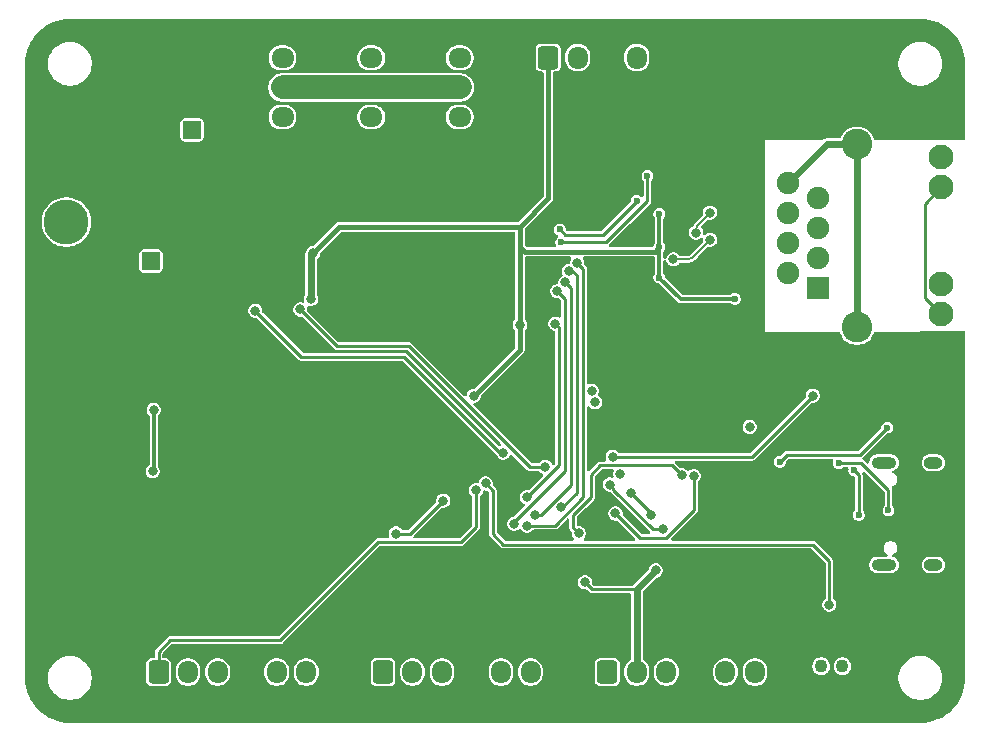
<source format=gbr>
%TF.GenerationSoftware,KiCad,Pcbnew,9.0.6-9.0.6~ubuntu22.04.1*%
%TF.CreationDate,2025-12-31T09:15:03+09:00*%
%TF.ProjectId,GN10Mainboard,474e3130-4d61-4696-9e62-6f6172642e6b,rev?*%
%TF.SameCoordinates,Original*%
%TF.FileFunction,Copper,L4,Bot*%
%TF.FilePolarity,Positive*%
%FSLAX46Y46*%
G04 Gerber Fmt 4.6, Leading zero omitted, Abs format (unit mm)*
G04 Created by KiCad (PCBNEW 9.0.6-9.0.6~ubuntu22.04.1) date 2025-12-31 09:15:03*
%MOMM*%
%LPD*%
G01*
G04 APERTURE LIST*
G04 Aperture macros list*
%AMRoundRect*
0 Rectangle with rounded corners*
0 $1 Rounding radius*
0 $2 $3 $4 $5 $6 $7 $8 $9 X,Y pos of 4 corners*
0 Add a 4 corners polygon primitive as box body*
4,1,4,$2,$3,$4,$5,$6,$7,$8,$9,$2,$3,0*
0 Add four circle primitives for the rounded corners*
1,1,$1+$1,$2,$3*
1,1,$1+$1,$4,$5*
1,1,$1+$1,$6,$7*
1,1,$1+$1,$8,$9*
0 Add four rect primitives between the rounded corners*
20,1,$1+$1,$2,$3,$4,$5,0*
20,1,$1+$1,$4,$5,$6,$7,0*
20,1,$1+$1,$6,$7,$8,$9,0*
20,1,$1+$1,$8,$9,$2,$3,0*%
G04 Aperture macros list end*
%TA.AperFunction,HeatsinkPad*%
%ADD10C,0.500000*%
%TD*%
%TA.AperFunction,HeatsinkPad*%
%ADD11R,3.100000X1.800000*%
%TD*%
%TA.AperFunction,ComponentPad*%
%ADD12RoundRect,0.250000X0.725000X-0.600000X0.725000X0.600000X-0.725000X0.600000X-0.725000X-0.600000X0*%
%TD*%
%TA.AperFunction,ComponentPad*%
%ADD13O,1.950000X1.700000*%
%TD*%
%TA.AperFunction,ComponentPad*%
%ADD14RoundRect,0.250000X-0.600000X-0.725000X0.600000X-0.725000X0.600000X0.725000X-0.600000X0.725000X0*%
%TD*%
%TA.AperFunction,ComponentPad*%
%ADD15O,1.700000X1.950000*%
%TD*%
%TA.AperFunction,ComponentPad*%
%ADD16R,1.900000X1.900000*%
%TD*%
%TA.AperFunction,ComponentPad*%
%ADD17C,1.900000*%
%TD*%
%TA.AperFunction,ComponentPad*%
%ADD18C,2.100000*%
%TD*%
%TA.AperFunction,ComponentPad*%
%ADD19C,2.600000*%
%TD*%
%TA.AperFunction,ComponentPad*%
%ADD20RoundRect,0.250000X0.550000X0.550000X-0.550000X0.550000X-0.550000X-0.550000X0.550000X-0.550000X0*%
%TD*%
%TA.AperFunction,ComponentPad*%
%ADD21C,1.600000*%
%TD*%
%TA.AperFunction,ComponentPad*%
%ADD22RoundRect,0.760000X-1.140000X1.140000X-1.140000X-1.140000X1.140000X-1.140000X1.140000X1.140000X0*%
%TD*%
%TA.AperFunction,ComponentPad*%
%ADD23C,3.800000*%
%TD*%
%TA.AperFunction,HeatsinkPad*%
%ADD24O,2.100000X1.000000*%
%TD*%
%TA.AperFunction,HeatsinkPad*%
%ADD25O,1.600000X1.000000*%
%TD*%
%TA.AperFunction,ComponentPad*%
%ADD26RoundRect,0.250000X-0.550000X-0.550000X0.550000X-0.550000X0.550000X0.550000X-0.550000X0.550000X0*%
%TD*%
%TA.AperFunction,ComponentPad*%
%ADD27C,1.100000*%
%TD*%
%TA.AperFunction,ViaPad*%
%ADD28C,0.600000*%
%TD*%
%TA.AperFunction,ViaPad*%
%ADD29C,0.500000*%
%TD*%
%TA.AperFunction,ViaPad*%
%ADD30C,0.800000*%
%TD*%
%TA.AperFunction,Conductor*%
%ADD31C,0.600000*%
%TD*%
%TA.AperFunction,Conductor*%
%ADD32C,0.400000*%
%TD*%
%TA.AperFunction,Conductor*%
%ADD33C,0.250000*%
%TD*%
%TA.AperFunction,Conductor*%
%ADD34C,0.300000*%
%TD*%
%TA.AperFunction,Conductor*%
%ADD35C,2.000000*%
%TD*%
%TA.AperFunction,Conductor*%
%ADD36C,0.152400*%
%TD*%
G04 APERTURE END LIST*
D10*
%TO.P,U1,9,GND*%
%TO.N,GND*%
X137922500Y-126112500D03*
X136622500Y-126112500D03*
X135322500Y-126112500D03*
D11*
X136622500Y-126762500D03*
D10*
X137922500Y-127412500D03*
X136622500Y-127412500D03*
X135322500Y-127412500D03*
%TD*%
D12*
%TO.P,J8,1,Pin_1*%
%TO.N,GND*%
X167000000Y-101000000D03*
D13*
%TO.P,J8,2,Pin_2*%
%TO.N,CAN3_L*%
X167000000Y-98500000D03*
%TO.P,J8,3,Pin_3*%
%TO.N,+5V*%
X167000000Y-96000000D03*
%TO.P,J8,4,Pin_4*%
%TO.N,CAN3_H*%
X167000000Y-93500000D03*
%TD*%
D14*
%TO.P,J5,1,Pin_1*%
%TO.N,TIM1_CH1*%
X141500000Y-145500000D03*
D15*
%TO.P,J5,2,Pin_2*%
%TO.N,+3.3V*%
X144000000Y-145500000D03*
%TO.P,J5,3,Pin_3*%
%TO.N,TIM1_CH2*%
X146500000Y-145500000D03*
%TO.P,J5,4,Pin_4*%
%TO.N,GND*%
X149000000Y-145500000D03*
%TO.P,J5,5,Pin_5*%
%TO.N,unconnected-(J5-Pin_5-Pad5)*%
X151500000Y-145500000D03*
%TO.P,J5,6,Pin_6*%
%TO.N,unconnected-(J5-Pin_6-Pad6)*%
X154000000Y-145500000D03*
%TD*%
D16*
%TO.P,J9,1,TD+*%
%TO.N,Net-(J9-TD+)*%
X197337500Y-113000000D03*
D17*
%TO.P,J9,2,TCT*%
%TO.N,Net-(J9-TCT)*%
X194797500Y-111730000D03*
%TO.P,J9,3,TD-*%
%TO.N,Net-(J9-TD-)*%
X197337500Y-110460000D03*
%TO.P,J9,4,RD+*%
%TO.N,Net-(J9-RD+)*%
X194797500Y-109190000D03*
%TO.P,J9,5,RCT*%
%TO.N,Net-(J9-RCT)*%
X197337500Y-107920000D03*
%TO.P,J9,6,RD-*%
%TO.N,Net-(J9-RD-)*%
X194797500Y-106650000D03*
%TO.P,J9,7*%
%TO.N,N/C*%
X197337500Y-105380000D03*
%TO.P,J9,8*%
%TO.N,GNDS*%
X194797500Y-104110000D03*
D18*
%TO.P,J9,L1*%
%TO.N,+3.3V*%
X207747500Y-115180000D03*
%TO.P,J9,L2*%
%TO.N,Net-(J9-PadL2)*%
X207747500Y-112640000D03*
%TO.P,J9,L3*%
%TO.N,+3.3V*%
X207747500Y-104470000D03*
%TO.P,J9,L4*%
%TO.N,Net-(J9-PadL4)*%
X207747500Y-101930000D03*
D19*
%TO.P,J9,SH*%
%TO.N,GNDS*%
X200637500Y-116300000D03*
X200637500Y-100810000D03*
%TD*%
D20*
%TO.P,C44,1*%
%TO.N,+5V*%
X144352651Y-99600000D03*
D21*
%TO.P,C44,2*%
%TO.N,GND*%
X140852651Y-99600000D03*
%TD*%
D22*
%TO.P,J1,1,Pin_1*%
%TO.N,GND*%
X133700000Y-102400000D03*
D23*
%TO.P,J1,2,Pin_2*%
%TO.N,+BATT*%
X133700000Y-107400000D03*
%TD*%
D24*
%TO.P,J10,S1,SHIELD*%
%TO.N,unconnected-(J10-SHIELD-PadS1)_3*%
X202930000Y-136420000D03*
D25*
%TO.N,unconnected-(J10-SHIELD-PadS1)_2*%
X207110000Y-136420000D03*
D24*
%TO.N,unconnected-(J10-SHIELD-PadS1)*%
X202930000Y-127780000D03*
D25*
%TO.N,unconnected-(J10-SHIELD-PadS1)_1*%
X207110000Y-127780000D03*
%TD*%
D26*
%TO.P,C43,1*%
%TO.N,+BATT*%
X140847349Y-110700000D03*
D21*
%TO.P,C43,2*%
%TO.N,GND*%
X144347349Y-110700000D03*
%TD*%
D14*
%TO.P,J4,1,Pin_1*%
%TO.N,+3.3V*%
X174500000Y-93475000D03*
D15*
%TO.P,J4,2,Pin_2*%
%TO.N,SYS_SWCLK*%
X177000000Y-93475000D03*
%TO.P,J4,3,Pin_3*%
%TO.N,GND*%
X179500000Y-93475000D03*
%TO.P,J4,4,Pin_4*%
%TO.N,SYS_SWDIO*%
X182000000Y-93475000D03*
%TD*%
D14*
%TO.P,J14,1,Pin_1*%
%TO.N,TIM3_CH1*%
X179500000Y-145500000D03*
D15*
%TO.P,J14,2,Pin_2*%
%TO.N,+3.3V*%
X182000000Y-145500000D03*
%TO.P,J14,3,Pin_3*%
%TO.N,TIM3_CH2*%
X184500000Y-145500000D03*
%TO.P,J14,4,Pin_4*%
%TO.N,GND*%
X187000000Y-145500000D03*
%TO.P,J14,5,Pin_5*%
%TO.N,unconnected-(J14-Pin_5-Pad5)*%
X189500000Y-145500000D03*
%TO.P,J14,6,Pin_6*%
%TO.N,unconnected-(J14-Pin_6-Pad6)*%
X192000000Y-145500000D03*
%TD*%
D12*
%TO.P,J7,1,Pin_1*%
%TO.N,GND*%
X159500000Y-101000000D03*
D13*
%TO.P,J7,2,Pin_2*%
%TO.N,CAN2_L*%
X159500000Y-98500000D03*
%TO.P,J7,3,Pin_3*%
%TO.N,+5V*%
X159500000Y-96000000D03*
%TO.P,J7,4,Pin_4*%
%TO.N,CAN2_H*%
X159500000Y-93500000D03*
%TD*%
D27*
%TO.P,SW1,*%
%TO.N,*%
X199400000Y-145000000D03*
X197600000Y-145000000D03*
%TD*%
D14*
%TO.P,J13,1,Pin_1*%
%TO.N,TIM2_CH1*%
X160500000Y-145500000D03*
D15*
%TO.P,J13,2,Pin_2*%
%TO.N,+3.3V*%
X163000000Y-145500000D03*
%TO.P,J13,3,Pin_3*%
%TO.N,TIM2_CH2*%
X165500000Y-145500000D03*
%TO.P,J13,4,Pin_4*%
%TO.N,GND*%
X168000000Y-145500000D03*
%TO.P,J13,5,Pin_5*%
%TO.N,unconnected-(J13-Pin_5-Pad5)*%
X170500000Y-145500000D03*
%TO.P,J13,6,Pin_6*%
%TO.N,unconnected-(J13-Pin_6-Pad6)*%
X173000000Y-145500000D03*
%TD*%
D12*
%TO.P,J6,1,Pin_1*%
%TO.N,GND*%
X152000000Y-101000000D03*
D13*
%TO.P,J6,2,Pin_2*%
%TO.N,CAN1_L*%
X152000000Y-98500000D03*
%TO.P,J6,3,Pin_3*%
%TO.N,+5V*%
X152000000Y-96000000D03*
%TO.P,J6,4,Pin_4*%
%TO.N,CAN1_H*%
X152000000Y-93500000D03*
%TD*%
D28*
%TO.N,GND*%
X180300000Y-113000000D03*
X209000000Y-120000000D03*
X159000000Y-132000000D03*
X191000000Y-105000000D03*
X202000000Y-91000000D03*
X194000000Y-133000000D03*
X209000000Y-138000000D03*
X173700000Y-121900000D03*
X186000000Y-141000000D03*
X182000000Y-116000000D03*
X168000000Y-91000000D03*
X152000000Y-91000000D03*
X140900000Y-137700000D03*
X168400000Y-113300000D03*
X153000000Y-116000000D03*
X175000000Y-140000000D03*
X172000000Y-126000000D03*
X199200000Y-124700000D03*
X153000000Y-110000000D03*
X162000000Y-136000000D03*
X159000000Y-120000000D03*
X160000000Y-91000000D03*
X192000000Y-91000000D03*
X187000000Y-106000000D03*
X185300000Y-121400000D03*
X162000000Y-142000000D03*
X183000000Y-142000000D03*
X192000000Y-136000000D03*
X133400000Y-126300000D03*
X140400000Y-127000000D03*
X178300000Y-118800000D03*
X139700000Y-127300000D03*
X186200000Y-109300000D03*
X133400000Y-127200000D03*
X188900000Y-132500000D03*
X186200000Y-107400000D03*
X206000000Y-126000000D03*
X163400000Y-135300000D03*
X178300000Y-110900000D03*
X142100000Y-126600000D03*
X159000000Y-129000000D03*
X208700000Y-99600000D03*
X185000000Y-116000000D03*
X140400000Y-127700000D03*
X139700000Y-137700000D03*
X195000000Y-122000000D03*
X137000000Y-105000000D03*
X188000000Y-141000000D03*
X142100000Y-123400000D03*
X144000000Y-115000000D03*
X131000000Y-120000000D03*
X183000000Y-149000000D03*
X170000000Y-128000000D03*
X138500000Y-137700000D03*
X165000000Y-149000000D03*
X173000000Y-129000000D03*
X156000000Y-120000000D03*
X190000000Y-141000000D03*
X146000000Y-140000000D03*
X169000000Y-127000000D03*
X150000000Y-123000000D03*
X165000000Y-123000000D03*
X156000000Y-149000000D03*
X178300000Y-113000000D03*
X196000000Y-136000000D03*
X168100000Y-111400000D03*
X169100000Y-131000000D03*
X165500000Y-110700000D03*
X197000000Y-118000000D03*
X134000000Y-140000000D03*
X187500000Y-131000000D03*
X197000000Y-91000000D03*
X199300000Y-132300000D03*
X142100000Y-116500000D03*
X134000000Y-112000000D03*
X162300000Y-132800000D03*
D29*
X161100000Y-128400000D03*
D28*
X165300000Y-133000000D03*
X173100000Y-117300000D03*
X149000000Y-140000000D03*
X162000000Y-123000000D03*
X133000000Y-138000000D03*
X137000000Y-140000000D03*
X191000000Y-129000000D03*
X188000000Y-116000000D03*
X138600000Y-122400000D03*
X180900000Y-108800000D03*
X173000000Y-114000000D03*
X142100000Y-119800000D03*
X149000000Y-137000000D03*
X178000000Y-136000000D03*
X142100000Y-122000000D03*
X142100000Y-127300000D03*
X139700000Y-126700000D03*
X191000000Y-116000000D03*
X199200000Y-129000000D03*
X148000000Y-120000000D03*
X149000000Y-131000000D03*
X180000000Y-136000000D03*
X206000000Y-120000000D03*
X148000000Y-123000000D03*
X186000000Y-136000000D03*
X182300000Y-136600000D03*
X137900000Y-137700000D03*
X172000000Y-105000000D03*
X186000000Y-125000000D03*
X143300000Y-137700000D03*
X149000000Y-134000000D03*
X173000000Y-134000000D03*
X183000000Y-125000000D03*
X186100000Y-111500000D03*
X131000000Y-112000000D03*
X142700000Y-137700000D03*
X174000000Y-149000000D03*
X142100000Y-128000000D03*
X179000000Y-125000000D03*
X166000000Y-136000000D03*
X141000000Y-115000000D03*
X177300000Y-107700000D03*
X148000000Y-98700000D03*
X140400000Y-126300000D03*
X138800000Y-135500000D03*
X191000000Y-120000000D03*
X142100000Y-137700000D03*
X195000000Y-129000000D03*
X146000000Y-91000000D03*
X140000000Y-105000000D03*
X185300000Y-119200000D03*
X181000000Y-91000000D03*
X197000000Y-133000000D03*
X169000000Y-119000000D03*
X150000000Y-106100000D03*
X176000000Y-145000000D03*
X197000000Y-130000000D03*
X133400000Y-129200000D03*
X133000000Y-134000000D03*
X183000000Y-139000000D03*
X166000000Y-119000000D03*
X143000000Y-140000000D03*
X131000000Y-140000000D03*
X168300000Y-109100000D03*
X134000000Y-120000000D03*
X194000000Y-118000000D03*
X188000000Y-104000000D03*
X181000000Y-112000000D03*
X183000000Y-107000000D03*
X203000000Y-126000000D03*
X138800000Y-130900000D03*
X137000000Y-136000000D03*
X175000000Y-91000000D03*
X170500000Y-115100000D03*
X169000000Y-115000000D03*
X157000000Y-145000000D03*
X177000000Y-100000000D03*
X185000000Y-100000000D03*
X140000000Y-115000000D03*
X159000000Y-126000000D03*
X187600000Y-132500000D03*
X185000000Y-138000000D03*
X138800000Y-132700000D03*
X156000000Y-116000000D03*
X209000000Y-118000000D03*
X191000000Y-113000000D03*
X170900000Y-109000000D03*
X178300000Y-112000000D03*
X188800000Y-131100000D03*
X133900000Y-122600000D03*
X170000000Y-107000000D03*
X151000000Y-115000000D03*
X138800000Y-134500000D03*
X138800000Y-136500000D03*
X158400000Y-110700000D03*
X165000000Y-140000000D03*
X144000000Y-105000000D03*
X180800000Y-118700000D03*
X159000000Y-123000000D03*
X162000000Y-107000000D03*
X166000000Y-115000000D03*
X199100000Y-138700000D03*
X170000000Y-140000000D03*
X141500000Y-137700000D03*
X137000000Y-100000000D03*
X159000000Y-115000000D03*
X192400000Y-113000000D03*
X144000000Y-120000000D03*
X191000000Y-102000000D03*
X142100000Y-117400000D03*
X172000000Y-100000000D03*
X180000000Y-140000000D03*
X209000000Y-141000000D03*
X192000000Y-138000000D03*
X142000000Y-115000000D03*
X143000000Y-115000000D03*
X138800000Y-131800000D03*
X179900000Y-133500000D03*
X137000000Y-112000000D03*
X138800000Y-133600000D03*
X131000000Y-116000000D03*
X140000000Y-140000000D03*
X133400000Y-128200000D03*
X200000000Y-120000000D03*
X162000000Y-115000000D03*
X131000000Y-136000000D03*
X140000000Y-142000000D03*
X194100000Y-124000000D03*
X142100000Y-121300000D03*
X148200000Y-106300000D03*
X139100000Y-137700000D03*
X181000000Y-100000000D03*
X139000000Y-95000000D03*
X142100000Y-118200000D03*
X187000000Y-91000000D03*
X151000000Y-119000000D03*
X140000000Y-149000000D03*
X175000000Y-134000000D03*
X195000000Y-126000000D03*
X131000000Y-128000000D03*
X198000000Y-149000000D03*
X193200000Y-99900000D03*
X188000000Y-107800000D03*
X203000000Y-120000000D03*
X192000000Y-140000000D03*
X155000000Y-107000000D03*
X192000000Y-149000000D03*
X142100000Y-122700000D03*
X134600000Y-122600000D03*
X131000000Y-124000000D03*
X209000000Y-126000000D03*
X142100000Y-119000000D03*
X174000000Y-126000000D03*
X198000000Y-99900000D03*
X181000000Y-104000000D03*
D29*
X164200000Y-128500000D03*
D28*
X142100000Y-120600000D03*
X148000000Y-114000000D03*
X162000000Y-120000000D03*
X165700000Y-125500000D03*
X196000000Y-139000000D03*
X168000000Y-110000000D03*
X148000000Y-110000000D03*
X134000000Y-116000000D03*
D29*
X162600000Y-128400000D03*
D28*
X144000000Y-117000000D03*
X140300000Y-137700000D03*
X131000000Y-132000000D03*
X201300000Y-125500000D03*
X148000000Y-149000000D03*
X139700000Y-127900000D03*
X190600000Y-132600000D03*
X139000000Y-91000000D03*
X180900000Y-110800000D03*
X185000000Y-105000000D03*
X133400000Y-130100000D03*
X178200000Y-107700000D03*
X148000000Y-117000000D03*
X149000000Y-128000000D03*
%TO.N,+3.3V*%
X190300000Y-113900000D03*
X183900000Y-109500000D03*
D30*
X183600000Y-136900000D03*
X154405000Y-113900000D03*
X177600000Y-137900000D03*
X168200000Y-122100000D03*
D28*
X183900000Y-106700000D03*
D30*
X154600000Y-110000000D03*
D28*
X183900000Y-112100000D03*
D30*
X172100000Y-116100000D03*
%TO.N,STM32_RESET*%
X198300000Y-139800000D03*
X169200798Y-129530617D03*
%TO.N,Net-(D2-K)*%
X141000000Y-128500000D03*
X141100000Y-123300000D03*
%TO.N,Net-(U8-RXN)*%
X187000000Y-108300000D03*
X188200000Y-106600000D03*
%TO.N,Net-(U8-RXP)*%
X185084954Y-110558754D03*
X188200000Y-108900000D03*
%TO.N,SYS_SWDIO*%
X178450000Y-122650000D03*
%TO.N,SYS_SWCLK*%
X178176000Y-121688269D03*
%TO.N,TIM1_CH1*%
X168377077Y-130097617D03*
%TO.N,TIM1_CH2*%
X165600000Y-131000000D03*
X161600000Y-133775000D03*
D28*
%TO.N,USBD+*%
X199100000Y-127800000D03*
X203300000Y-131800000D03*
%TO.N,USBD-*%
X200789998Y-132200000D03*
X200400000Y-128425000D03*
D30*
%TO.N,W5500_RST*%
X172687347Y-130687347D03*
X175100000Y-116000000D03*
D28*
%TO.N,LNK*%
X175476899Y-108026000D03*
X182000000Y-105600000D03*
%TO.N,ACT*%
X182900000Y-103500000D03*
X175600000Y-109100000D03*
%TO.N,Net-(U11-CBUS2)*%
X203200000Y-124800000D03*
X194100000Y-127700000D03*
D30*
%TO.N,I2C3_SDA*%
X184200000Y-133400000D03*
X179720843Y-129625000D03*
%TO.N,I2C3_SCL*%
X181462653Y-130337347D03*
X183200000Y-132220000D03*
%TO.N,GYRO_RESET*%
X180187347Y-132075000D03*
X186822127Y-128909283D03*
%TO.N,CAN1_TX*%
X170687347Y-126912653D03*
X149700000Y-114900000D03*
%TO.N,USART1_TX*%
X180600000Y-128725000D03*
X191550000Y-124750000D03*
%TO.N,CAN1_RX*%
X153500000Y-114800000D03*
X174224694Y-128124694D03*
%TO.N,SPI1_MISO*%
X175933772Y-112498686D03*
X173400000Y-132225000D03*
%TO.N,GYRO_INT*%
X185825000Y-128833493D03*
X177090276Y-133763659D03*
%TO.N,USART1_RX*%
X196900000Y-122100000D03*
X179959697Y-127275001D03*
%TO.N,SPI1_MOSI*%
X175275000Y-113251028D03*
X171612653Y-132950000D03*
%TO.N,SPI1_SCK*%
X175600000Y-131500000D03*
X176250000Y-111550000D03*
%TO.N,SPI1_CS*%
X176943905Y-110829930D03*
X172700000Y-133100000D03*
%TD*%
D31*
%TO.N,+3.3V*%
X182000000Y-138500000D02*
X183600000Y-136900000D01*
D32*
X183900000Y-109500000D02*
X183500000Y-109900000D01*
D31*
X154400000Y-110200000D02*
X154600000Y-110000000D01*
D33*
X207747500Y-104470000D02*
X206371500Y-105846000D01*
D34*
X183900000Y-106700000D02*
X183900000Y-109500000D01*
D32*
X154600000Y-110000000D02*
X156800000Y-107800000D01*
D33*
X178200000Y-138500000D02*
X177600000Y-137900000D01*
D31*
X154405000Y-113900000D02*
X154400000Y-113895000D01*
D32*
X172100000Y-109500000D02*
X172100000Y-116100000D01*
D33*
X182000000Y-138500000D02*
X178200000Y-138500000D01*
D34*
X183900000Y-112000000D02*
X183800000Y-112100000D01*
X183900000Y-109500000D02*
X183900000Y-112000000D01*
D32*
X172100000Y-116100000D02*
X172100000Y-118200000D01*
D33*
X206371500Y-105846000D02*
X206371500Y-113804000D01*
D32*
X172100000Y-107800000D02*
X174500000Y-105400000D01*
X172500000Y-109900000D02*
X172100000Y-109500000D01*
D33*
X206371500Y-113804000D02*
X207747500Y-115180000D01*
D32*
X172100000Y-107800000D02*
X172100000Y-109500000D01*
X172100000Y-118200000D02*
X168200000Y-122100000D01*
D31*
X154400000Y-113895000D02*
X154400000Y-110200000D01*
D34*
X185700000Y-113900000D02*
X190300000Y-113900000D01*
X183900000Y-112100000D02*
X185700000Y-113900000D01*
D32*
X183500000Y-109900000D02*
X172500000Y-109900000D01*
D31*
X182000000Y-145500000D02*
X182000000Y-138500000D01*
D32*
X174500000Y-105400000D02*
X174500000Y-93475000D01*
X156800000Y-107800000D02*
X172100000Y-107800000D01*
D35*
%TO.N,+5V*%
X152000000Y-96000000D02*
X167000000Y-96000000D01*
D33*
%TO.N,STM32_RESET*%
X169800000Y-133800000D02*
X170700000Y-134700000D01*
X198300000Y-136100000D02*
X198300000Y-139800000D01*
X196900000Y-134700000D02*
X198300000Y-136100000D01*
X169800000Y-130129819D02*
X169800000Y-133800000D01*
X170700000Y-134700000D02*
X196900000Y-134700000D01*
X169200798Y-129530617D02*
X169800000Y-130129819D01*
D34*
%TO.N,Net-(D2-K)*%
X141100000Y-128400000D02*
X141000000Y-128500000D01*
X141100000Y-123300000D02*
X141100000Y-128400000D01*
D36*
%TO.N,Net-(U8-RXN)*%
X187000000Y-108300000D02*
X187000000Y-108007107D01*
X187146447Y-107653553D02*
X188200000Y-106600000D01*
X187146447Y-107653553D02*
G75*
G03*
X187000005Y-108007107I353553J-353547D01*
G01*
%TO.N,Net-(U8-RXP)*%
X185084954Y-110558754D02*
X186334139Y-110558754D01*
X186687693Y-110412307D02*
X188200000Y-108900000D01*
X186334139Y-110558754D02*
G75*
G03*
X186687664Y-110412278I-39J499954D01*
G01*
D33*
%TO.N,TIM1_CH1*%
X141500000Y-143800000D02*
X141500000Y-145500000D01*
X167100000Y-134500000D02*
X160100000Y-134500000D01*
X160100000Y-134500000D02*
X151800000Y-142800000D01*
X142500000Y-142800000D02*
X141500000Y-143800000D01*
X168377077Y-133222923D02*
X167100000Y-134500000D01*
X168377077Y-130097617D02*
X168377077Y-133222923D01*
X151800000Y-142800000D02*
X142500000Y-142800000D01*
%TO.N,TIM1_CH2*%
X165600000Y-131000000D02*
X162825000Y-133775000D01*
X162825000Y-133775000D02*
X161600000Y-133775000D01*
D31*
%TO.N,GNDS*%
X200637500Y-100810000D02*
X200637500Y-116300000D01*
X198097500Y-100810000D02*
X200637500Y-100810000D01*
X194797500Y-104110000D02*
X198097500Y-100810000D01*
D33*
%TO.N,USBD+*%
X199100000Y-127800000D02*
X201000000Y-127800000D01*
X203300000Y-130100000D02*
X203300000Y-131800000D01*
X201000000Y-127800000D02*
X203300000Y-130100000D01*
%TO.N,USBD-*%
X200800000Y-132189998D02*
X200789998Y-132200000D01*
X200800000Y-128825000D02*
X200800000Y-132189998D01*
X200400000Y-128425000D02*
X200800000Y-128825000D01*
%TO.N,W5500_RST*%
X175400000Y-127974694D02*
X172687347Y-130687347D01*
X175400000Y-116300000D02*
X175400000Y-127974694D01*
X175100000Y-116000000D02*
X175400000Y-116300000D01*
%TO.N,LNK*%
X179100000Y-108500000D02*
X175950899Y-108500000D01*
X175950899Y-108500000D02*
X175476899Y-108026000D01*
X182000000Y-105600000D02*
X179100000Y-108500000D01*
%TO.N,ACT*%
X175600000Y-109100000D02*
X179385298Y-109100000D01*
X182900000Y-105585298D02*
X182900000Y-103500000D01*
X179385298Y-109100000D02*
X182900000Y-105585298D01*
%TO.N,Net-(U11-CBUS2)*%
X203200000Y-124800000D02*
X200900000Y-127100000D01*
X200900000Y-127100000D02*
X194700000Y-127100000D01*
X194700000Y-127100000D02*
X194100000Y-127700000D01*
%TO.N,I2C3_SDA*%
X183353280Y-133400000D02*
X184200000Y-133400000D01*
X179720843Y-129625000D02*
X180000000Y-129904157D01*
X180000000Y-130046720D02*
X183353280Y-133400000D01*
X180000000Y-129904157D02*
X180000000Y-130046720D01*
%TO.N,I2C3_SCL*%
X183200000Y-132074694D02*
X181462653Y-130337347D01*
X183200000Y-132220000D02*
X183200000Y-132074694D01*
%TO.N,GYRO_RESET*%
X182238347Y-134126000D02*
X180187347Y-132075000D01*
X186822127Y-131804593D02*
X184500720Y-134126000D01*
X186822127Y-128909283D02*
X186822127Y-131804593D01*
X184500720Y-134126000D02*
X182238347Y-134126000D01*
%TO.N,CAN1_TX*%
X170687347Y-126912653D02*
X170412653Y-126912653D01*
X170412653Y-126912653D02*
X162300000Y-118800000D01*
X162300000Y-118800000D02*
X153600000Y-118800000D01*
X153600000Y-118800000D02*
X149700000Y-114900000D01*
%TO.N,CAN1_RX*%
X162700000Y-117900000D02*
X156600000Y-117900000D01*
X156600000Y-117900000D02*
X153500000Y-114800000D01*
X174224694Y-128124694D02*
X172924694Y-128124694D01*
X172924694Y-128124694D02*
X162700000Y-117900000D01*
%TO.N,SPI1_MISO*%
X176400000Y-129673280D02*
X176400000Y-112964914D01*
X173400000Y-132225000D02*
X173848280Y-132225000D01*
X176400000Y-112964914D02*
X175933772Y-112498686D01*
X173848280Y-132225000D02*
X176400000Y-129673280D01*
%TO.N,GYRO_INT*%
X176600000Y-133273383D02*
X177090276Y-133763659D01*
X178100000Y-130700000D02*
X176600000Y-132200000D01*
X178900000Y-128000000D02*
X178100000Y-128800000D01*
X185825000Y-128833493D02*
X184991507Y-128000000D01*
X184991507Y-128000000D02*
X178900000Y-128000000D01*
X176600000Y-132200000D02*
X176600000Y-133273383D01*
X178100000Y-128800000D02*
X178100000Y-130700000D01*
%TO.N,USART1_RX*%
X191724999Y-127275001D02*
X196900000Y-122100000D01*
X179959697Y-127275001D02*
X191724999Y-127275001D01*
%TO.N,SPI1_MOSI*%
X175900000Y-128500000D02*
X171612653Y-132787347D01*
X175900000Y-113876028D02*
X175900000Y-128500000D01*
X175275000Y-113251028D02*
X175900000Y-113876028D01*
X171612653Y-132787347D02*
X171612653Y-132950000D01*
%TO.N,SPI1_SCK*%
X176900000Y-111900000D02*
X176550000Y-111550000D01*
X175700000Y-131500000D02*
X176900000Y-130300000D01*
X175600000Y-131500000D02*
X175700000Y-131500000D01*
X176900000Y-130300000D02*
X176900000Y-111900000D01*
X176550000Y-111550000D02*
X176250000Y-111550000D01*
%TO.N,SPI1_CS*%
X175026720Y-133100000D02*
X177451000Y-130675720D01*
X177451000Y-130675720D02*
X177451000Y-111337025D01*
X172700000Y-133100000D02*
X175026720Y-133100000D01*
X177451000Y-111337025D02*
X176943905Y-110829930D01*
%TD*%
%TA.AperFunction,Conductor*%
%TO.N,GND*%
G36*
X179991353Y-128345185D02*
G01*
X180037108Y-128397989D01*
X180047052Y-128467147D01*
X180042087Y-128485247D01*
X180042527Y-128485365D01*
X180040423Y-128493214D01*
X180040423Y-128493216D01*
X179999500Y-128645943D01*
X179999500Y-128804057D01*
X180016825Y-128868716D01*
X180022988Y-128891715D01*
X180021325Y-128961565D01*
X179982162Y-129019427D01*
X179917934Y-129046931D01*
X179871120Y-129043583D01*
X179833154Y-129033410D01*
X179799900Y-129024500D01*
X179641786Y-129024500D01*
X179489059Y-129065423D01*
X179489052Y-129065426D01*
X179352133Y-129144475D01*
X179352125Y-129144481D01*
X179240324Y-129256282D01*
X179240318Y-129256290D01*
X179161269Y-129393209D01*
X179161266Y-129393216D01*
X179120343Y-129545943D01*
X179120343Y-129704057D01*
X179140095Y-129777770D01*
X179161266Y-129856783D01*
X179161269Y-129856790D01*
X179240318Y-129993709D01*
X179240322Y-129993714D01*
X179240323Y-129993716D01*
X179352127Y-130105520D01*
X179352129Y-130105521D01*
X179352133Y-130105524D01*
X179468439Y-130172672D01*
X179489059Y-130184577D01*
X179641786Y-130225500D01*
X179667090Y-130225500D01*
X179734129Y-130245185D01*
X179754771Y-130261819D01*
X183081772Y-133588819D01*
X183115257Y-133650142D01*
X183110273Y-133719834D01*
X183068401Y-133775767D01*
X183002937Y-133800184D01*
X182994091Y-133800500D01*
X182424536Y-133800500D01*
X182357497Y-133780815D01*
X182336855Y-133764181D01*
X180823976Y-132251302D01*
X180790491Y-132189979D01*
X180789341Y-132162185D01*
X180787847Y-132162185D01*
X180787847Y-131995945D01*
X180787847Y-131995943D01*
X180746924Y-131843216D01*
X180718716Y-131794358D01*
X180667871Y-131706290D01*
X180667865Y-131706282D01*
X180556064Y-131594481D01*
X180556056Y-131594475D01*
X180419137Y-131515426D01*
X180419133Y-131515424D01*
X180419131Y-131515423D01*
X180266404Y-131474500D01*
X180108290Y-131474500D01*
X179955563Y-131515423D01*
X179955556Y-131515426D01*
X179818637Y-131594475D01*
X179818629Y-131594481D01*
X179706828Y-131706282D01*
X179706822Y-131706290D01*
X179627773Y-131843209D01*
X179627770Y-131843216D01*
X179586847Y-131995943D01*
X179586847Y-132154057D01*
X179627040Y-132304057D01*
X179627770Y-132306783D01*
X179627773Y-132306790D01*
X179706822Y-132443709D01*
X179706826Y-132443714D01*
X179706827Y-132443716D01*
X179818631Y-132555520D01*
X179818633Y-132555521D01*
X179818637Y-132555524D01*
X179929414Y-132619480D01*
X179955563Y-132634577D01*
X180108290Y-132675500D01*
X180108292Y-132675500D01*
X180274532Y-132675500D01*
X180274532Y-132678683D01*
X180328745Y-132687102D01*
X180363649Y-132711629D01*
X181814839Y-134162819D01*
X181848324Y-134224142D01*
X181843340Y-134293834D01*
X181801468Y-134349767D01*
X181736004Y-134374184D01*
X181727158Y-134374500D01*
X177628033Y-134374500D01*
X177560994Y-134354815D01*
X177515239Y-134302011D01*
X177505295Y-134232853D01*
X177534320Y-134169297D01*
X177540352Y-134162819D01*
X177548356Y-134154815D01*
X177570796Y-134132375D01*
X177649853Y-133995443D01*
X177690776Y-133842716D01*
X177690776Y-133684602D01*
X177649853Y-133531875D01*
X177621859Y-133483388D01*
X177570800Y-133394949D01*
X177570794Y-133394941D01*
X177458993Y-133283140D01*
X177458985Y-133283134D01*
X177322066Y-133204085D01*
X177322062Y-133204083D01*
X177322060Y-133204082D01*
X177169333Y-133163159D01*
X177049500Y-133163159D01*
X176982461Y-133143474D01*
X176936706Y-133090670D01*
X176925500Y-133039159D01*
X176925500Y-132386189D01*
X176945185Y-132319150D01*
X176961819Y-132298508D01*
X177660512Y-131599815D01*
X178360465Y-130899862D01*
X178374483Y-130875582D01*
X178403318Y-130825638D01*
X178425500Y-130742853D01*
X178425500Y-128986189D01*
X178445185Y-128919150D01*
X178461819Y-128898508D01*
X178998508Y-128361819D01*
X179059831Y-128328334D01*
X179086189Y-128325500D01*
X179924314Y-128325500D01*
X179991353Y-128345185D01*
G37*
%TD.AperFunction*%
%TA.AperFunction,Conductor*%
G36*
X176408438Y-110320185D02*
G01*
X176454193Y-110372989D01*
X176464137Y-110442147D01*
X176448786Y-110486499D01*
X176384331Y-110598139D01*
X176384328Y-110598146D01*
X176343405Y-110750873D01*
X176343405Y-110825500D01*
X176323720Y-110892539D01*
X176270916Y-110938294D01*
X176219405Y-110949500D01*
X176170943Y-110949500D01*
X176018216Y-110990423D01*
X176018209Y-110990426D01*
X175881290Y-111069475D01*
X175881282Y-111069481D01*
X175769481Y-111181282D01*
X175769475Y-111181290D01*
X175690426Y-111318209D01*
X175690423Y-111318216D01*
X175649500Y-111470943D01*
X175649500Y-111629057D01*
X175689679Y-111779005D01*
X175690423Y-111781783D01*
X175690424Y-111781786D01*
X175699439Y-111797401D01*
X175715909Y-111865301D01*
X175693056Y-111931327D01*
X175654050Y-111966785D01*
X175565059Y-112018163D01*
X175565054Y-112018167D01*
X175453253Y-112129968D01*
X175453247Y-112129976D01*
X175374198Y-112266895D01*
X175374195Y-112266902D01*
X175333272Y-112419629D01*
X175333272Y-112526528D01*
X175313587Y-112593567D01*
X175260783Y-112639322D01*
X175209272Y-112650528D01*
X175195943Y-112650528D01*
X175043216Y-112691451D01*
X175043209Y-112691454D01*
X174906290Y-112770503D01*
X174906282Y-112770509D01*
X174794481Y-112882310D01*
X174794475Y-112882318D01*
X174715426Y-113019237D01*
X174715423Y-113019244D01*
X174674500Y-113171971D01*
X174674500Y-113330084D01*
X174715423Y-113482811D01*
X174715426Y-113482818D01*
X174794475Y-113619737D01*
X174794479Y-113619742D01*
X174794480Y-113619744D01*
X174906284Y-113731548D01*
X174906286Y-113731549D01*
X174906290Y-113731552D01*
X175043209Y-113810601D01*
X175043216Y-113810605D01*
X175195943Y-113851528D01*
X175195945Y-113851528D01*
X175362185Y-113851528D01*
X175362185Y-113853265D01*
X175385407Y-113858317D01*
X175416398Y-113863130D01*
X175420374Y-113865924D01*
X175423048Y-113866506D01*
X175451302Y-113887657D01*
X175538181Y-113974536D01*
X175571666Y-114035859D01*
X175574500Y-114062217D01*
X175574500Y-115365780D01*
X175554815Y-115432819D01*
X175502011Y-115478574D01*
X175432853Y-115488518D01*
X175388501Y-115473168D01*
X175331784Y-115440423D01*
X175179057Y-115399500D01*
X175020943Y-115399500D01*
X174868216Y-115440423D01*
X174868209Y-115440426D01*
X174731290Y-115519475D01*
X174731282Y-115519481D01*
X174619481Y-115631282D01*
X174619475Y-115631290D01*
X174540426Y-115768209D01*
X174540423Y-115768216D01*
X174499500Y-115920943D01*
X174499500Y-116079057D01*
X174526295Y-116179055D01*
X174540423Y-116231783D01*
X174540426Y-116231790D01*
X174619475Y-116368709D01*
X174619479Y-116368714D01*
X174619480Y-116368716D01*
X174731284Y-116480520D01*
X174731286Y-116480521D01*
X174731290Y-116480524D01*
X174868209Y-116559573D01*
X174868216Y-116559577D01*
X174982596Y-116590225D01*
X175042253Y-116626587D01*
X175072783Y-116689434D01*
X175074500Y-116709998D01*
X175074500Y-127788505D01*
X175065855Y-127817942D01*
X175059332Y-127847933D01*
X175055577Y-127852948D01*
X175054815Y-127855544D01*
X175038180Y-127876187D01*
X174984964Y-127929402D01*
X174923641Y-127962886D01*
X174853949Y-127957901D01*
X174798016Y-127916029D01*
X174788729Y-127899720D01*
X174788335Y-127899948D01*
X174705218Y-127755984D01*
X174705212Y-127755976D01*
X174593411Y-127644175D01*
X174593403Y-127644169D01*
X174456484Y-127565120D01*
X174456480Y-127565118D01*
X174456478Y-127565117D01*
X174303751Y-127524194D01*
X174145637Y-127524194D01*
X173992910Y-127565117D01*
X173992903Y-127565120D01*
X173855984Y-127644169D01*
X173855976Y-127644175D01*
X173738427Y-127761725D01*
X173736181Y-127759479D01*
X173691839Y-127791873D01*
X173649864Y-127799194D01*
X173110883Y-127799194D01*
X173043844Y-127779509D01*
X173023202Y-127762875D01*
X168172508Y-122912181D01*
X168139023Y-122850858D01*
X168144007Y-122781166D01*
X168185879Y-122725233D01*
X168251343Y-122700816D01*
X168260189Y-122700500D01*
X168279055Y-122700500D01*
X168279057Y-122700500D01*
X168431784Y-122659577D01*
X168568716Y-122580520D01*
X168680520Y-122468716D01*
X168759577Y-122331784D01*
X168800500Y-122179057D01*
X168800500Y-122117255D01*
X168820185Y-122050216D01*
X168836819Y-122029574D01*
X169853810Y-121012583D01*
X172420480Y-118445913D01*
X172473207Y-118354588D01*
X172500500Y-118252727D01*
X172500500Y-118147273D01*
X172500500Y-116600098D01*
X172520185Y-116533059D01*
X172536819Y-116512417D01*
X172580520Y-116468716D01*
X172659577Y-116331784D01*
X172700500Y-116179057D01*
X172700500Y-116020943D01*
X172659577Y-115868216D01*
X172601843Y-115768216D01*
X172580524Y-115731290D01*
X172580518Y-115731282D01*
X172536819Y-115687583D01*
X172503334Y-115626260D01*
X172500500Y-115599902D01*
X172500500Y-110424500D01*
X172520185Y-110357461D01*
X172572989Y-110311706D01*
X172624500Y-110300500D01*
X176341399Y-110300500D01*
X176408438Y-110320185D01*
G37*
%TD.AperFunction*%
%TA.AperFunction,Conductor*%
G36*
X171642539Y-108220185D02*
G01*
X171688294Y-108272989D01*
X171699500Y-108324500D01*
X171699500Y-115599902D01*
X171679815Y-115666941D01*
X171663181Y-115687583D01*
X171619481Y-115731282D01*
X171619475Y-115731290D01*
X171540426Y-115868209D01*
X171540423Y-115868216D01*
X171499500Y-116020943D01*
X171499500Y-116179056D01*
X171540423Y-116331783D01*
X171540426Y-116331790D01*
X171619475Y-116468709D01*
X171619481Y-116468717D01*
X171663181Y-116512417D01*
X171696666Y-116573740D01*
X171699500Y-116600098D01*
X171699500Y-117982745D01*
X171679815Y-118049784D01*
X171663181Y-118070426D01*
X168270426Y-121463181D01*
X168209103Y-121496666D01*
X168182745Y-121499500D01*
X168120943Y-121499500D01*
X167968216Y-121540423D01*
X167968209Y-121540426D01*
X167831290Y-121619475D01*
X167831282Y-121619481D01*
X167719481Y-121731282D01*
X167719475Y-121731290D01*
X167640426Y-121868209D01*
X167640423Y-121868216D01*
X167599500Y-122020943D01*
X167599500Y-122039811D01*
X167579815Y-122106850D01*
X167527011Y-122152605D01*
X167457853Y-122162549D01*
X167394297Y-122133524D01*
X167387819Y-122127492D01*
X162899864Y-117639537D01*
X162899862Y-117639535D01*
X162862750Y-117618108D01*
X162825640Y-117596682D01*
X162775852Y-117583342D01*
X162742853Y-117574500D01*
X162742852Y-117574500D01*
X156786189Y-117574500D01*
X156719150Y-117554815D01*
X156698508Y-117538181D01*
X154136629Y-114976302D01*
X154103144Y-114914979D01*
X154101994Y-114887185D01*
X154100500Y-114887185D01*
X154100500Y-114720945D01*
X154100500Y-114720943D01*
X154075012Y-114625820D01*
X154076675Y-114555975D01*
X154115837Y-114498113D01*
X154180065Y-114470608D01*
X154226878Y-114473955D01*
X154325943Y-114500500D01*
X154325945Y-114500500D01*
X154484055Y-114500500D01*
X154484057Y-114500500D01*
X154636784Y-114459577D01*
X154773716Y-114380520D01*
X154885520Y-114268716D01*
X154964577Y-114131784D01*
X155005500Y-113979057D01*
X155005500Y-113820943D01*
X154964577Y-113668216D01*
X154917112Y-113586004D01*
X154900500Y-113524005D01*
X154900500Y-110591496D01*
X154920185Y-110524457D01*
X154962501Y-110484108D01*
X154968716Y-110480520D01*
X155080520Y-110368716D01*
X155159577Y-110231784D01*
X155200500Y-110079057D01*
X155200500Y-110017255D01*
X155220185Y-109950216D01*
X155236819Y-109929574D01*
X156929574Y-108236819D01*
X156990897Y-108203334D01*
X157017255Y-108200500D01*
X171575500Y-108200500D01*
X171642539Y-108220185D01*
G37*
%TD.AperFunction*%
%TA.AperFunction,Conductor*%
G36*
X206003032Y-90200649D02*
G01*
X206067797Y-90203830D01*
X206366338Y-90218497D01*
X206378440Y-90219689D01*
X206735230Y-90272613D01*
X206747140Y-90274982D01*
X207097046Y-90362629D01*
X207108663Y-90366154D01*
X207448275Y-90487669D01*
X207459497Y-90492317D01*
X207785582Y-90646543D01*
X207796290Y-90652267D01*
X207984308Y-90764961D01*
X208105659Y-90837696D01*
X208115777Y-90844456D01*
X208405488Y-91059321D01*
X208414894Y-91067041D01*
X208682146Y-91309264D01*
X208690735Y-91317853D01*
X208894324Y-91542479D01*
X208932958Y-91585105D01*
X208940678Y-91594511D01*
X209155543Y-91884222D01*
X209162303Y-91894340D01*
X209347725Y-92203697D01*
X209353460Y-92214425D01*
X209416261Y-92347207D01*
X209507679Y-92540495D01*
X209512334Y-92551734D01*
X209619915Y-92852403D01*
X209633840Y-92891319D01*
X209637373Y-92902964D01*
X209725014Y-93252846D01*
X209727388Y-93264782D01*
X209780309Y-93621555D01*
X209781502Y-93633664D01*
X209799351Y-93996967D01*
X209799500Y-94003052D01*
X209799500Y-100366000D01*
X209779815Y-100433039D01*
X209727011Y-100478794D01*
X209675500Y-100490000D01*
X202201336Y-100490000D01*
X202134297Y-100470315D01*
X202088542Y-100417511D01*
X202083405Y-100404318D01*
X202070955Y-100366000D01*
X202028068Y-100234008D01*
X201920843Y-100023567D01*
X201782017Y-99832490D01*
X201615010Y-99665483D01*
X201423933Y-99526657D01*
X201391495Y-99510129D01*
X201213496Y-99419433D01*
X200988868Y-99346446D01*
X200755597Y-99309500D01*
X200755592Y-99309500D01*
X200519408Y-99309500D01*
X200519403Y-99309500D01*
X200286131Y-99346446D01*
X200061503Y-99419433D01*
X199851066Y-99526657D01*
X199742050Y-99605862D01*
X199659990Y-99665483D01*
X199659988Y-99665485D01*
X199659987Y-99665485D01*
X199492985Y-99832487D01*
X199492985Y-99832488D01*
X199492983Y-99832490D01*
X199433362Y-99914550D01*
X199354157Y-100023566D01*
X199244720Y-100238349D01*
X199243513Y-100237734D01*
X199203538Y-100287350D01*
X199137246Y-100309421D01*
X199132808Y-100309500D01*
X198031608Y-100309500D01*
X197904312Y-100343608D01*
X197790186Y-100409500D01*
X197790183Y-100409502D01*
X197746005Y-100453681D01*
X197684682Y-100487166D01*
X197658324Y-100490000D01*
X192887500Y-100490000D01*
X192887500Y-116730000D01*
X199098491Y-116698354D01*
X199165629Y-116717696D01*
X199211652Y-116770267D01*
X199217053Y-116784033D01*
X199246933Y-116875996D01*
X199354157Y-117086433D01*
X199492983Y-117277510D01*
X199659990Y-117444517D01*
X199851067Y-117583343D01*
X199950491Y-117634002D01*
X200061503Y-117690566D01*
X200061505Y-117690566D01*
X200061508Y-117690568D01*
X200181912Y-117729689D01*
X200286131Y-117763553D01*
X200519403Y-117800500D01*
X200519408Y-117800500D01*
X200755597Y-117800500D01*
X200988868Y-117763553D01*
X201213492Y-117690568D01*
X201423933Y-117583343D01*
X201615010Y-117444517D01*
X201782017Y-117277510D01*
X201920843Y-117086433D01*
X202028068Y-116875992D01*
X202063048Y-116768332D01*
X202102485Y-116710657D01*
X202166843Y-116683458D01*
X202180338Y-116682652D01*
X209674871Y-116644468D01*
X209742007Y-116663810D01*
X209788030Y-116716381D01*
X209799500Y-116768466D01*
X209799500Y-145996947D01*
X209799351Y-146003032D01*
X209781502Y-146366335D01*
X209780309Y-146378444D01*
X209727388Y-146735217D01*
X209725014Y-146747153D01*
X209637373Y-147097035D01*
X209633840Y-147108680D01*
X209512335Y-147448262D01*
X209507679Y-147459504D01*
X209353462Y-147785570D01*
X209347725Y-147796302D01*
X209162303Y-148105659D01*
X209155543Y-148115777D01*
X208940678Y-148405488D01*
X208932958Y-148414894D01*
X208690743Y-148682138D01*
X208682138Y-148690743D01*
X208414894Y-148932958D01*
X208405488Y-148940678D01*
X208115777Y-149155543D01*
X208105659Y-149162303D01*
X207796302Y-149347725D01*
X207785570Y-149353462D01*
X207459504Y-149507679D01*
X207448262Y-149512335D01*
X207108680Y-149633840D01*
X207097035Y-149637373D01*
X206747153Y-149725014D01*
X206735217Y-149727388D01*
X206378444Y-149780309D01*
X206366335Y-149781502D01*
X206003033Y-149799351D01*
X205996948Y-149799500D01*
X134003052Y-149799500D01*
X133996967Y-149799351D01*
X133633664Y-149781502D01*
X133621555Y-149780309D01*
X133264782Y-149727388D01*
X133252846Y-149725014D01*
X132902964Y-149637373D01*
X132891323Y-149633841D01*
X132551734Y-149512334D01*
X132540495Y-149507679D01*
X132214429Y-149353462D01*
X132203702Y-149347727D01*
X131894340Y-149162303D01*
X131884222Y-149155543D01*
X131594511Y-148940678D01*
X131585105Y-148932958D01*
X131542479Y-148894324D01*
X131317853Y-148690735D01*
X131309264Y-148682146D01*
X131067041Y-148414894D01*
X131059321Y-148405488D01*
X130844456Y-148115777D01*
X130837696Y-148105659D01*
X130652267Y-147796290D01*
X130646543Y-147785582D01*
X130492317Y-147459497D01*
X130487669Y-147448275D01*
X130366154Y-147108663D01*
X130362629Y-147097046D01*
X130274982Y-146747140D01*
X130272613Y-146735230D01*
X130219689Y-146378440D01*
X130218497Y-146366334D01*
X130200649Y-146003031D01*
X130200500Y-145996947D01*
X130200500Y-145878711D01*
X132149500Y-145878711D01*
X132149500Y-146121288D01*
X132181161Y-146361785D01*
X132243947Y-146596104D01*
X132260113Y-146635131D01*
X132336776Y-146820212D01*
X132458064Y-147030289D01*
X132458066Y-147030292D01*
X132458067Y-147030293D01*
X132605733Y-147222736D01*
X132605739Y-147222743D01*
X132777256Y-147394260D01*
X132777262Y-147394265D01*
X132969711Y-147541936D01*
X133179788Y-147663224D01*
X133403900Y-147756054D01*
X133638211Y-147818838D01*
X133818586Y-147842584D01*
X133878711Y-147850500D01*
X133878712Y-147850500D01*
X134121289Y-147850500D01*
X134169388Y-147844167D01*
X134361789Y-147818838D01*
X134596100Y-147756054D01*
X134820212Y-147663224D01*
X135030289Y-147541936D01*
X135222738Y-147394265D01*
X135394265Y-147222738D01*
X135541936Y-147030289D01*
X135663224Y-146820212D01*
X135756054Y-146596100D01*
X135818838Y-146361789D01*
X135850500Y-146121288D01*
X135850500Y-145878712D01*
X135818838Y-145638211D01*
X135756054Y-145403900D01*
X135663224Y-145179788D01*
X135541936Y-144969711D01*
X135471105Y-144877402D01*
X135406588Y-144793321D01*
X135394266Y-144777263D01*
X135394260Y-144777256D01*
X135337734Y-144720730D01*
X140449500Y-144720730D01*
X140449500Y-146279269D01*
X140452353Y-146309699D01*
X140452353Y-146309701D01*
X140497206Y-146437880D01*
X140497207Y-146437882D01*
X140577850Y-146547150D01*
X140687118Y-146627793D01*
X140708089Y-146635131D01*
X140815299Y-146672646D01*
X140845730Y-146675500D01*
X140845734Y-146675500D01*
X142154270Y-146675500D01*
X142184699Y-146672646D01*
X142184701Y-146672646D01*
X142248790Y-146650219D01*
X142312882Y-146627793D01*
X142422150Y-146547150D01*
X142502793Y-146437882D01*
X142529419Y-146361789D01*
X142547646Y-146309701D01*
X142547646Y-146309699D01*
X142550500Y-146279269D01*
X142550500Y-145271530D01*
X142949500Y-145271530D01*
X142949500Y-145728469D01*
X142989868Y-145931412D01*
X142989870Y-145931420D01*
X143069058Y-146122596D01*
X143184024Y-146294657D01*
X143330342Y-146440975D01*
X143330345Y-146440977D01*
X143502402Y-146555941D01*
X143693580Y-146635130D01*
X143882187Y-146672646D01*
X143896530Y-146675499D01*
X143896534Y-146675500D01*
X143896535Y-146675500D01*
X144103466Y-146675500D01*
X144103467Y-146675499D01*
X144306420Y-146635130D01*
X144497598Y-146555941D01*
X144669655Y-146440977D01*
X144815977Y-146294655D01*
X144930941Y-146122598D01*
X145010130Y-145931420D01*
X145050500Y-145728465D01*
X145050500Y-145271535D01*
X145050499Y-145271530D01*
X145449500Y-145271530D01*
X145449500Y-145728469D01*
X145489868Y-145931412D01*
X145489870Y-145931420D01*
X145569058Y-146122596D01*
X145684024Y-146294657D01*
X145830342Y-146440975D01*
X145830345Y-146440977D01*
X146002402Y-146555941D01*
X146193580Y-146635130D01*
X146382187Y-146672646D01*
X146396530Y-146675499D01*
X146396534Y-146675500D01*
X146396535Y-146675500D01*
X146603466Y-146675500D01*
X146603467Y-146675499D01*
X146806420Y-146635130D01*
X146997598Y-146555941D01*
X147169655Y-146440977D01*
X147315977Y-146294655D01*
X147430941Y-146122598D01*
X147510130Y-145931420D01*
X147550500Y-145728465D01*
X147550500Y-145271535D01*
X147550499Y-145271530D01*
X150449500Y-145271530D01*
X150449500Y-145728469D01*
X150489868Y-145931412D01*
X150489870Y-145931420D01*
X150569058Y-146122596D01*
X150684024Y-146294657D01*
X150830342Y-146440975D01*
X150830345Y-146440977D01*
X151002402Y-146555941D01*
X151193580Y-146635130D01*
X151382187Y-146672646D01*
X151396530Y-146675499D01*
X151396534Y-146675500D01*
X151396535Y-146675500D01*
X151603466Y-146675500D01*
X151603467Y-146675499D01*
X151806420Y-146635130D01*
X151997598Y-146555941D01*
X152169655Y-146440977D01*
X152315977Y-146294655D01*
X152430941Y-146122598D01*
X152510130Y-145931420D01*
X152550500Y-145728465D01*
X152550500Y-145271535D01*
X152550499Y-145271530D01*
X152949500Y-145271530D01*
X152949500Y-145728469D01*
X152989868Y-145931412D01*
X152989870Y-145931420D01*
X153069058Y-146122596D01*
X153184024Y-146294657D01*
X153330342Y-146440975D01*
X153330345Y-146440977D01*
X153502402Y-146555941D01*
X153693580Y-146635130D01*
X153882187Y-146672646D01*
X153896530Y-146675499D01*
X153896534Y-146675500D01*
X153896535Y-146675500D01*
X154103466Y-146675500D01*
X154103467Y-146675499D01*
X154306420Y-146635130D01*
X154497598Y-146555941D01*
X154669655Y-146440977D01*
X154815977Y-146294655D01*
X154930941Y-146122598D01*
X155010130Y-145931420D01*
X155050500Y-145728465D01*
X155050500Y-145271535D01*
X155010130Y-145068580D01*
X154930941Y-144877402D01*
X154870353Y-144786725D01*
X154870352Y-144786722D01*
X154826257Y-144720730D01*
X159449500Y-144720730D01*
X159449500Y-146279269D01*
X159452353Y-146309699D01*
X159452353Y-146309701D01*
X159497206Y-146437880D01*
X159497207Y-146437882D01*
X159577850Y-146547150D01*
X159687118Y-146627793D01*
X159708089Y-146635131D01*
X159815299Y-146672646D01*
X159845730Y-146675500D01*
X159845734Y-146675500D01*
X161154270Y-146675500D01*
X161184699Y-146672646D01*
X161184701Y-146672646D01*
X161248790Y-146650219D01*
X161312882Y-146627793D01*
X161422150Y-146547150D01*
X161502793Y-146437882D01*
X161529419Y-146361789D01*
X161547646Y-146309701D01*
X161547646Y-146309699D01*
X161550500Y-146279269D01*
X161550500Y-145271530D01*
X161949500Y-145271530D01*
X161949500Y-145728469D01*
X161989868Y-145931412D01*
X161989870Y-145931420D01*
X162069058Y-146122596D01*
X162184024Y-146294657D01*
X162330342Y-146440975D01*
X162330345Y-146440977D01*
X162502402Y-146555941D01*
X162693580Y-146635130D01*
X162882187Y-146672646D01*
X162896530Y-146675499D01*
X162896534Y-146675500D01*
X162896535Y-146675500D01*
X163103466Y-146675500D01*
X163103467Y-146675499D01*
X163306420Y-146635130D01*
X163497598Y-146555941D01*
X163669655Y-146440977D01*
X163815977Y-146294655D01*
X163930941Y-146122598D01*
X164010130Y-145931420D01*
X164050500Y-145728465D01*
X164050500Y-145271535D01*
X164050499Y-145271530D01*
X164449500Y-145271530D01*
X164449500Y-145728469D01*
X164489868Y-145931412D01*
X164489870Y-145931420D01*
X164569058Y-146122596D01*
X164684024Y-146294657D01*
X164830342Y-146440975D01*
X164830345Y-146440977D01*
X165002402Y-146555941D01*
X165193580Y-146635130D01*
X165382187Y-146672646D01*
X165396530Y-146675499D01*
X165396534Y-146675500D01*
X165396535Y-146675500D01*
X165603466Y-146675500D01*
X165603467Y-146675499D01*
X165806420Y-146635130D01*
X165997598Y-146555941D01*
X166169655Y-146440977D01*
X166315977Y-146294655D01*
X166430941Y-146122598D01*
X166510130Y-145931420D01*
X166550500Y-145728465D01*
X166550500Y-145271535D01*
X166550499Y-145271530D01*
X169449500Y-145271530D01*
X169449500Y-145728469D01*
X169489868Y-145931412D01*
X169489870Y-145931420D01*
X169569058Y-146122596D01*
X169684024Y-146294657D01*
X169830342Y-146440975D01*
X169830345Y-146440977D01*
X170002402Y-146555941D01*
X170193580Y-146635130D01*
X170382187Y-146672646D01*
X170396530Y-146675499D01*
X170396534Y-146675500D01*
X170396535Y-146675500D01*
X170603466Y-146675500D01*
X170603467Y-146675499D01*
X170806420Y-146635130D01*
X170997598Y-146555941D01*
X171169655Y-146440977D01*
X171315977Y-146294655D01*
X171430941Y-146122598D01*
X171510130Y-145931420D01*
X171550500Y-145728465D01*
X171550500Y-145271535D01*
X171550499Y-145271530D01*
X171949500Y-145271530D01*
X171949500Y-145728469D01*
X171989868Y-145931412D01*
X171989870Y-145931420D01*
X172069058Y-146122596D01*
X172184024Y-146294657D01*
X172330342Y-146440975D01*
X172330345Y-146440977D01*
X172502402Y-146555941D01*
X172693580Y-146635130D01*
X172882187Y-146672646D01*
X172896530Y-146675499D01*
X172896534Y-146675500D01*
X172896535Y-146675500D01*
X173103466Y-146675500D01*
X173103467Y-146675499D01*
X173306420Y-146635130D01*
X173497598Y-146555941D01*
X173669655Y-146440977D01*
X173815977Y-146294655D01*
X173930941Y-146122598D01*
X174010130Y-145931420D01*
X174050500Y-145728465D01*
X174050500Y-145271535D01*
X174010130Y-145068580D01*
X173930941Y-144877402D01*
X173870353Y-144786725D01*
X173870352Y-144786722D01*
X173826257Y-144720730D01*
X178449500Y-144720730D01*
X178449500Y-146279269D01*
X178452353Y-146309699D01*
X178452353Y-146309701D01*
X178497206Y-146437880D01*
X178497207Y-146437882D01*
X178577850Y-146547150D01*
X178687118Y-146627793D01*
X178708089Y-146635131D01*
X178815299Y-146672646D01*
X178845730Y-146675500D01*
X178845734Y-146675500D01*
X180154270Y-146675500D01*
X180184699Y-146672646D01*
X180184701Y-146672646D01*
X180248790Y-146650219D01*
X180312882Y-146627793D01*
X180422150Y-146547150D01*
X180502793Y-146437882D01*
X180529419Y-146361789D01*
X180547646Y-146309701D01*
X180547646Y-146309699D01*
X180550500Y-146279269D01*
X180550500Y-144720730D01*
X180547646Y-144690300D01*
X180547646Y-144690298D01*
X180502793Y-144562119D01*
X180502792Y-144562117D01*
X180500510Y-144559025D01*
X180422150Y-144452850D01*
X180312882Y-144372207D01*
X180312880Y-144372206D01*
X180184700Y-144327353D01*
X180154270Y-144324500D01*
X180154266Y-144324500D01*
X178845734Y-144324500D01*
X178845730Y-144324500D01*
X178815300Y-144327353D01*
X178815298Y-144327353D01*
X178687119Y-144372206D01*
X178687117Y-144372207D01*
X178577850Y-144452850D01*
X178497207Y-144562117D01*
X178497206Y-144562119D01*
X178452353Y-144690298D01*
X178452353Y-144690300D01*
X178449500Y-144720730D01*
X173826257Y-144720730D01*
X173815980Y-144705349D01*
X173815974Y-144705341D01*
X173669657Y-144559024D01*
X173555608Y-144482820D01*
X173497598Y-144444059D01*
X173432395Y-144417051D01*
X173306420Y-144364870D01*
X173306412Y-144364868D01*
X173103469Y-144324500D01*
X173103465Y-144324500D01*
X172896535Y-144324500D01*
X172896530Y-144324500D01*
X172693587Y-144364868D01*
X172693579Y-144364870D01*
X172502403Y-144444058D01*
X172330342Y-144559024D01*
X172184024Y-144705342D01*
X172069058Y-144877403D01*
X171989870Y-145068579D01*
X171989868Y-145068587D01*
X171949500Y-145271530D01*
X171550499Y-145271530D01*
X171510130Y-145068580D01*
X171430941Y-144877402D01*
X171315977Y-144705345D01*
X171315975Y-144705342D01*
X171169657Y-144559024D01*
X171055608Y-144482820D01*
X170997598Y-144444059D01*
X170932395Y-144417051D01*
X170806420Y-144364870D01*
X170806412Y-144364868D01*
X170603469Y-144324500D01*
X170603465Y-144324500D01*
X170396535Y-144324500D01*
X170396530Y-144324500D01*
X170193587Y-144364868D01*
X170193579Y-144364870D01*
X170002403Y-144444058D01*
X169830342Y-144559024D01*
X169684024Y-144705342D01*
X169569058Y-144877403D01*
X169489870Y-145068579D01*
X169489868Y-145068587D01*
X169449500Y-145271530D01*
X166550499Y-145271530D01*
X166510130Y-145068580D01*
X166430941Y-144877402D01*
X166315977Y-144705345D01*
X166315975Y-144705342D01*
X166169657Y-144559024D01*
X166055608Y-144482820D01*
X165997598Y-144444059D01*
X165932395Y-144417051D01*
X165806420Y-144364870D01*
X165806412Y-144364868D01*
X165603469Y-144324500D01*
X165603465Y-144324500D01*
X165396535Y-144324500D01*
X165396530Y-144324500D01*
X165193587Y-144364868D01*
X165193579Y-144364870D01*
X165002403Y-144444058D01*
X164830342Y-144559024D01*
X164684024Y-144705342D01*
X164569058Y-144877403D01*
X164489870Y-145068579D01*
X164489868Y-145068587D01*
X164449500Y-145271530D01*
X164050499Y-145271530D01*
X164010130Y-145068580D01*
X163930941Y-144877402D01*
X163815977Y-144705345D01*
X163815975Y-144705342D01*
X163669657Y-144559024D01*
X163555608Y-144482820D01*
X163497598Y-144444059D01*
X163432395Y-144417051D01*
X163306420Y-144364870D01*
X163306412Y-144364868D01*
X163103469Y-144324500D01*
X163103465Y-144324500D01*
X162896535Y-144324500D01*
X162896530Y-144324500D01*
X162693587Y-144364868D01*
X162693579Y-144364870D01*
X162502403Y-144444058D01*
X162330342Y-144559024D01*
X162184024Y-144705342D01*
X162069058Y-144877403D01*
X161989870Y-145068579D01*
X161989868Y-145068587D01*
X161949500Y-145271530D01*
X161550500Y-145271530D01*
X161550500Y-144720730D01*
X161547646Y-144690300D01*
X161547646Y-144690298D01*
X161502793Y-144562119D01*
X161502792Y-144562117D01*
X161500510Y-144559025D01*
X161422150Y-144452850D01*
X161312882Y-144372207D01*
X161312880Y-144372206D01*
X161184700Y-144327353D01*
X161154270Y-144324500D01*
X161154266Y-144324500D01*
X159845734Y-144324500D01*
X159845730Y-144324500D01*
X159815300Y-144327353D01*
X159815298Y-144327353D01*
X159687119Y-144372206D01*
X159687117Y-144372207D01*
X159577850Y-144452850D01*
X159497207Y-144562117D01*
X159497206Y-144562119D01*
X159452353Y-144690298D01*
X159452353Y-144690300D01*
X159449500Y-144720730D01*
X154826257Y-144720730D01*
X154815980Y-144705349D01*
X154815974Y-144705341D01*
X154669657Y-144559024D01*
X154555608Y-144482820D01*
X154497598Y-144444059D01*
X154432395Y-144417051D01*
X154306420Y-144364870D01*
X154306412Y-144364868D01*
X154103469Y-144324500D01*
X154103465Y-144324500D01*
X153896535Y-144324500D01*
X153896530Y-144324500D01*
X153693587Y-144364868D01*
X153693579Y-144364870D01*
X153502403Y-144444058D01*
X153330342Y-144559024D01*
X153184024Y-144705342D01*
X153069058Y-144877403D01*
X152989870Y-145068579D01*
X152989868Y-145068587D01*
X152949500Y-145271530D01*
X152550499Y-145271530D01*
X152510130Y-145068580D01*
X152430941Y-144877402D01*
X152315977Y-144705345D01*
X152315975Y-144705342D01*
X152169657Y-144559024D01*
X152055608Y-144482820D01*
X151997598Y-144444059D01*
X151932395Y-144417051D01*
X151806420Y-144364870D01*
X151806412Y-144364868D01*
X151603469Y-144324500D01*
X151603465Y-144324500D01*
X151396535Y-144324500D01*
X151396530Y-144324500D01*
X151193587Y-144364868D01*
X151193579Y-144364870D01*
X151002403Y-144444058D01*
X150830342Y-144559024D01*
X150684024Y-144705342D01*
X150569058Y-144877403D01*
X150489870Y-145068579D01*
X150489868Y-145068587D01*
X150449500Y-145271530D01*
X147550499Y-145271530D01*
X147510130Y-145068580D01*
X147430941Y-144877402D01*
X147315977Y-144705345D01*
X147315975Y-144705342D01*
X147169657Y-144559024D01*
X147055608Y-144482820D01*
X146997598Y-144444059D01*
X146932395Y-144417051D01*
X146806420Y-144364870D01*
X146806412Y-144364868D01*
X146603469Y-144324500D01*
X146603465Y-144324500D01*
X146396535Y-144324500D01*
X146396530Y-144324500D01*
X146193587Y-144364868D01*
X146193579Y-144364870D01*
X146002403Y-144444058D01*
X145830342Y-144559024D01*
X145684024Y-144705342D01*
X145569058Y-144877403D01*
X145489870Y-145068579D01*
X145489868Y-145068587D01*
X145449500Y-145271530D01*
X145050499Y-145271530D01*
X145010130Y-145068580D01*
X144930941Y-144877402D01*
X144815977Y-144705345D01*
X144815975Y-144705342D01*
X144669657Y-144559024D01*
X144555608Y-144482820D01*
X144497598Y-144444059D01*
X144432395Y-144417051D01*
X144306420Y-144364870D01*
X144306412Y-144364868D01*
X144103469Y-144324500D01*
X144103465Y-144324500D01*
X143896535Y-144324500D01*
X143896530Y-144324500D01*
X143693587Y-144364868D01*
X143693579Y-144364870D01*
X143502403Y-144444058D01*
X143330342Y-144559024D01*
X143184024Y-144705342D01*
X143069058Y-144877403D01*
X142989870Y-145068579D01*
X142989868Y-145068587D01*
X142949500Y-145271530D01*
X142550500Y-145271530D01*
X142550500Y-144720730D01*
X142547646Y-144690300D01*
X142547646Y-144690298D01*
X142502793Y-144562119D01*
X142502792Y-144562117D01*
X142500510Y-144559025D01*
X142422150Y-144452850D01*
X142312882Y-144372207D01*
X142312880Y-144372206D01*
X142184700Y-144327353D01*
X142154270Y-144324500D01*
X142154266Y-144324500D01*
X141949500Y-144324500D01*
X141940814Y-144321949D01*
X141931853Y-144323238D01*
X141907812Y-144312259D01*
X141882461Y-144304815D01*
X141876533Y-144297974D01*
X141868297Y-144294213D01*
X141854007Y-144271978D01*
X141836706Y-144252011D01*
X141834418Y-144241496D01*
X141830523Y-144235435D01*
X141825500Y-144200500D01*
X141825500Y-143986188D01*
X141845185Y-143919149D01*
X141861819Y-143898507D01*
X142598507Y-143161819D01*
X142659830Y-143128334D01*
X142686188Y-143125500D01*
X151842851Y-143125500D01*
X151842853Y-143125500D01*
X151925639Y-143103318D01*
X151999862Y-143060465D01*
X157239383Y-137820943D01*
X176999500Y-137820943D01*
X176999500Y-137979057D01*
X177009126Y-138014979D01*
X177040423Y-138131783D01*
X177040426Y-138131790D01*
X177119475Y-138268709D01*
X177119479Y-138268714D01*
X177119480Y-138268716D01*
X177231284Y-138380520D01*
X177231286Y-138380521D01*
X177231290Y-138380524D01*
X177368209Y-138459573D01*
X177368216Y-138459577D01*
X177520943Y-138500500D01*
X177520945Y-138500500D01*
X177687185Y-138500500D01*
X177687185Y-138503683D01*
X177741398Y-138512102D01*
X177776302Y-138536629D01*
X178000138Y-138760465D01*
X178074361Y-138803318D01*
X178157147Y-138825500D01*
X181375500Y-138825500D01*
X181442539Y-138845185D01*
X181488294Y-138897989D01*
X181499500Y-138949500D01*
X181499500Y-144379718D01*
X181479815Y-144446757D01*
X181444390Y-144482820D01*
X181330349Y-144559019D01*
X181330341Y-144559025D01*
X181184024Y-144705342D01*
X181069058Y-144877403D01*
X180989870Y-145068579D01*
X180989868Y-145068587D01*
X180949500Y-145271530D01*
X180949500Y-145728469D01*
X180989868Y-145931412D01*
X180989870Y-145931420D01*
X181069058Y-146122596D01*
X181184024Y-146294657D01*
X181330342Y-146440975D01*
X181330345Y-146440977D01*
X181502402Y-146555941D01*
X181693580Y-146635130D01*
X181882187Y-146672646D01*
X181896530Y-146675499D01*
X181896534Y-146675500D01*
X181896535Y-146675500D01*
X182103466Y-146675500D01*
X182103467Y-146675499D01*
X182306420Y-146635130D01*
X182497598Y-146555941D01*
X182669655Y-146440977D01*
X182815977Y-146294655D01*
X182930941Y-146122598D01*
X183010130Y-145931420D01*
X183050500Y-145728465D01*
X183050500Y-145271535D01*
X183050499Y-145271530D01*
X183449500Y-145271530D01*
X183449500Y-145728469D01*
X183489868Y-145931412D01*
X183489870Y-145931420D01*
X183569058Y-146122596D01*
X183684024Y-146294657D01*
X183830342Y-146440975D01*
X183830345Y-146440977D01*
X184002402Y-146555941D01*
X184193580Y-146635130D01*
X184382187Y-146672646D01*
X184396530Y-146675499D01*
X184396534Y-146675500D01*
X184396535Y-146675500D01*
X184603466Y-146675500D01*
X184603467Y-146675499D01*
X184806420Y-146635130D01*
X184997598Y-146555941D01*
X185169655Y-146440977D01*
X185315977Y-146294655D01*
X185430941Y-146122598D01*
X185510130Y-145931420D01*
X185550500Y-145728465D01*
X185550500Y-145271535D01*
X185550499Y-145271530D01*
X188449500Y-145271530D01*
X188449500Y-145728469D01*
X188489868Y-145931412D01*
X188489870Y-145931420D01*
X188569058Y-146122596D01*
X188684024Y-146294657D01*
X188830342Y-146440975D01*
X188830345Y-146440977D01*
X189002402Y-146555941D01*
X189193580Y-146635130D01*
X189382187Y-146672646D01*
X189396530Y-146675499D01*
X189396534Y-146675500D01*
X189396535Y-146675500D01*
X189603466Y-146675500D01*
X189603467Y-146675499D01*
X189806420Y-146635130D01*
X189997598Y-146555941D01*
X190169655Y-146440977D01*
X190315977Y-146294655D01*
X190430941Y-146122598D01*
X190510130Y-145931420D01*
X190550500Y-145728465D01*
X190550500Y-145271535D01*
X190550499Y-145271530D01*
X190949500Y-145271530D01*
X190949500Y-145728469D01*
X190989868Y-145931412D01*
X190989870Y-145931420D01*
X191069058Y-146122596D01*
X191184024Y-146294657D01*
X191330342Y-146440975D01*
X191330345Y-146440977D01*
X191502402Y-146555941D01*
X191693580Y-146635130D01*
X191882187Y-146672646D01*
X191896530Y-146675499D01*
X191896534Y-146675500D01*
X191896535Y-146675500D01*
X192103466Y-146675500D01*
X192103467Y-146675499D01*
X192306420Y-146635130D01*
X192497598Y-146555941D01*
X192669655Y-146440977D01*
X192815977Y-146294655D01*
X192930941Y-146122598D01*
X193010130Y-145931420D01*
X193020614Y-145878712D01*
X193020614Y-145878711D01*
X204149500Y-145878711D01*
X204149500Y-146121288D01*
X204181161Y-146361785D01*
X204243947Y-146596104D01*
X204260113Y-146635131D01*
X204336776Y-146820212D01*
X204458064Y-147030289D01*
X204458066Y-147030292D01*
X204458067Y-147030293D01*
X204605733Y-147222736D01*
X204605739Y-147222743D01*
X204777256Y-147394260D01*
X204777262Y-147394265D01*
X204969711Y-147541936D01*
X205179788Y-147663224D01*
X205403900Y-147756054D01*
X205638211Y-147818838D01*
X205818586Y-147842584D01*
X205878711Y-147850500D01*
X205878712Y-147850500D01*
X206121289Y-147850500D01*
X206169388Y-147844167D01*
X206361789Y-147818838D01*
X206596100Y-147756054D01*
X206820212Y-147663224D01*
X207030289Y-147541936D01*
X207222738Y-147394265D01*
X207394265Y-147222738D01*
X207541936Y-147030289D01*
X207663224Y-146820212D01*
X207756054Y-146596100D01*
X207818838Y-146361789D01*
X207850500Y-146121288D01*
X207850500Y-145878712D01*
X207818838Y-145638211D01*
X207756054Y-145403900D01*
X207663224Y-145179788D01*
X207541936Y-144969711D01*
X207471105Y-144877402D01*
X207394266Y-144777263D01*
X207394260Y-144777256D01*
X207222743Y-144605739D01*
X207222736Y-144605733D01*
X207030293Y-144458067D01*
X207030292Y-144458066D01*
X207030289Y-144458064D01*
X206820212Y-144336776D01*
X206815712Y-144334912D01*
X206596104Y-144243947D01*
X206361785Y-144181161D01*
X206121289Y-144149500D01*
X206121288Y-144149500D01*
X205878712Y-144149500D01*
X205878711Y-144149500D01*
X205638214Y-144181161D01*
X205403895Y-144243947D01*
X205179794Y-144336773D01*
X205179785Y-144336777D01*
X204969706Y-144458067D01*
X204777263Y-144605733D01*
X204777256Y-144605739D01*
X204605739Y-144777256D01*
X204605733Y-144777263D01*
X204458067Y-144969706D01*
X204336777Y-145179785D01*
X204336773Y-145179794D01*
X204243947Y-145403895D01*
X204181161Y-145638214D01*
X204149500Y-145878711D01*
X193020614Y-145878711D01*
X193026234Y-145850462D01*
X193050499Y-145728469D01*
X193050500Y-145728466D01*
X193050500Y-145271534D01*
X193050499Y-145271530D01*
X193032252Y-145179794D01*
X193011192Y-145073920D01*
X196849499Y-145073920D01*
X196878340Y-145218907D01*
X196878343Y-145218917D01*
X196934912Y-145355488D01*
X196934919Y-145355501D01*
X197017048Y-145478415D01*
X197017051Y-145478419D01*
X197121580Y-145582948D01*
X197121584Y-145582951D01*
X197244498Y-145665080D01*
X197244511Y-145665087D01*
X197381082Y-145721656D01*
X197381087Y-145721658D01*
X197381091Y-145721658D01*
X197381092Y-145721659D01*
X197526079Y-145750500D01*
X197526082Y-145750500D01*
X197673920Y-145750500D01*
X197771462Y-145731096D01*
X197818913Y-145721658D01*
X197955495Y-145665084D01*
X198078416Y-145582951D01*
X198182951Y-145478416D01*
X198265084Y-145355495D01*
X198321658Y-145218913D01*
X198350500Y-145073920D01*
X198649499Y-145073920D01*
X198678340Y-145218907D01*
X198678343Y-145218917D01*
X198734912Y-145355488D01*
X198734919Y-145355501D01*
X198817048Y-145478415D01*
X198817051Y-145478419D01*
X198921580Y-145582948D01*
X198921584Y-145582951D01*
X199044498Y-145665080D01*
X199044511Y-145665087D01*
X199181082Y-145721656D01*
X199181087Y-145721658D01*
X199181091Y-145721658D01*
X199181092Y-145721659D01*
X199326079Y-145750500D01*
X199326082Y-145750500D01*
X199473920Y-145750500D01*
X199571462Y-145731096D01*
X199618913Y-145721658D01*
X199755495Y-145665084D01*
X199878416Y-145582951D01*
X199982951Y-145478416D01*
X200065084Y-145355495D01*
X200121658Y-145218913D01*
X200150500Y-145073918D01*
X200150500Y-144926082D01*
X200150500Y-144926079D01*
X200121659Y-144781092D01*
X200121658Y-144781091D01*
X200121658Y-144781087D01*
X200096659Y-144720734D01*
X200065087Y-144644511D01*
X200065080Y-144644498D01*
X199982951Y-144521584D01*
X199982948Y-144521580D01*
X199878419Y-144417051D01*
X199878415Y-144417048D01*
X199755501Y-144334919D01*
X199755488Y-144334912D01*
X199618917Y-144278343D01*
X199618907Y-144278340D01*
X199473920Y-144249500D01*
X199473918Y-144249500D01*
X199326082Y-144249500D01*
X199326080Y-144249500D01*
X199181092Y-144278340D01*
X199181082Y-144278343D01*
X199044511Y-144334912D01*
X199044498Y-144334919D01*
X198921584Y-144417048D01*
X198921580Y-144417051D01*
X198817051Y-144521580D01*
X198817048Y-144521584D01*
X198734919Y-144644498D01*
X198734912Y-144644511D01*
X198678343Y-144781082D01*
X198678340Y-144781092D01*
X198649500Y-144926079D01*
X198649500Y-144926082D01*
X198649500Y-145073918D01*
X198649500Y-145073920D01*
X198649499Y-145073920D01*
X198350500Y-145073920D01*
X198350500Y-145073918D01*
X198350500Y-144926082D01*
X198350500Y-144926079D01*
X198321659Y-144781092D01*
X198321658Y-144781091D01*
X198321658Y-144781087D01*
X198296659Y-144720734D01*
X198265087Y-144644511D01*
X198265080Y-144644498D01*
X198182951Y-144521584D01*
X198182948Y-144521580D01*
X198078419Y-144417051D01*
X198078415Y-144417048D01*
X197955501Y-144334919D01*
X197955488Y-144334912D01*
X197818917Y-144278343D01*
X197818907Y-144278340D01*
X197673920Y-144249500D01*
X197673918Y-144249500D01*
X197526082Y-144249500D01*
X197526080Y-144249500D01*
X197381092Y-144278340D01*
X197381082Y-144278343D01*
X197244511Y-144334912D01*
X197244498Y-144334919D01*
X197121584Y-144417048D01*
X197121580Y-144417051D01*
X197017051Y-144521580D01*
X197017048Y-144521584D01*
X196934919Y-144644498D01*
X196934912Y-144644511D01*
X196878343Y-144781082D01*
X196878340Y-144781092D01*
X196849500Y-144926079D01*
X196849500Y-144926082D01*
X196849500Y-145073918D01*
X196849500Y-145073920D01*
X196849499Y-145073920D01*
X193011192Y-145073920D01*
X193010130Y-145068580D01*
X192951104Y-144926079D01*
X192930943Y-144877405D01*
X192815975Y-144705342D01*
X192669657Y-144559024D01*
X192555608Y-144482820D01*
X192497598Y-144444059D01*
X192432395Y-144417051D01*
X192306420Y-144364870D01*
X192306412Y-144364868D01*
X192103469Y-144324500D01*
X192103465Y-144324500D01*
X191896535Y-144324500D01*
X191896530Y-144324500D01*
X191693587Y-144364868D01*
X191693579Y-144364870D01*
X191502403Y-144444058D01*
X191330342Y-144559024D01*
X191184024Y-144705342D01*
X191069058Y-144877403D01*
X190989870Y-145068579D01*
X190989868Y-145068587D01*
X190949500Y-145271530D01*
X190550499Y-145271530D01*
X190510130Y-145068580D01*
X190430941Y-144877402D01*
X190315977Y-144705345D01*
X190315975Y-144705342D01*
X190169657Y-144559024D01*
X190055608Y-144482820D01*
X189997598Y-144444059D01*
X189932395Y-144417051D01*
X189806420Y-144364870D01*
X189806412Y-144364868D01*
X189603469Y-144324500D01*
X189603465Y-144324500D01*
X189396535Y-144324500D01*
X189396530Y-144324500D01*
X189193587Y-144364868D01*
X189193579Y-144364870D01*
X189002403Y-144444058D01*
X188830342Y-144559024D01*
X188684024Y-144705342D01*
X188569058Y-144877403D01*
X188489870Y-145068579D01*
X188489868Y-145068587D01*
X188449500Y-145271530D01*
X185550499Y-145271530D01*
X185510130Y-145068580D01*
X185430941Y-144877402D01*
X185315977Y-144705345D01*
X185315975Y-144705342D01*
X185169657Y-144559024D01*
X185055608Y-144482820D01*
X184997598Y-144444059D01*
X184932395Y-144417051D01*
X184806420Y-144364870D01*
X184806412Y-144364868D01*
X184603469Y-144324500D01*
X184603465Y-144324500D01*
X184396535Y-144324500D01*
X184396530Y-144324500D01*
X184193587Y-144364868D01*
X184193579Y-144364870D01*
X184002403Y-144444058D01*
X183830342Y-144559024D01*
X183684024Y-144705342D01*
X183569058Y-144877403D01*
X183489870Y-145068579D01*
X183489868Y-145068587D01*
X183449500Y-145271530D01*
X183050499Y-145271530D01*
X183010130Y-145068580D01*
X182930941Y-144877402D01*
X182815977Y-144705345D01*
X182815975Y-144705342D01*
X182669658Y-144559025D01*
X182669650Y-144559019D01*
X182555610Y-144482820D01*
X182510804Y-144429208D01*
X182500500Y-144379718D01*
X182500500Y-138758675D01*
X182520185Y-138691636D01*
X182536814Y-138670998D01*
X183694163Y-137513649D01*
X183749748Y-137481558D01*
X183831784Y-137459577D01*
X183968716Y-137380520D01*
X184080520Y-137268716D01*
X184159577Y-137131784D01*
X184200500Y-136979057D01*
X184200500Y-136820943D01*
X184159577Y-136668216D01*
X184134241Y-136624332D01*
X184080524Y-136531290D01*
X184080518Y-136531282D01*
X183968717Y-136419481D01*
X183968709Y-136419475D01*
X183831790Y-136340426D01*
X183831786Y-136340424D01*
X183831784Y-136340423D01*
X183679057Y-136299500D01*
X183520943Y-136299500D01*
X183368216Y-136340423D01*
X183368209Y-136340426D01*
X183231290Y-136419475D01*
X183231282Y-136419481D01*
X183119481Y-136531282D01*
X183119475Y-136531290D01*
X183040426Y-136668209D01*
X183040422Y-136668218D01*
X183018440Y-136750252D01*
X182986347Y-136805837D01*
X181692686Y-138099500D01*
X181654005Y-138138181D01*
X181592682Y-138171666D01*
X181566324Y-138174500D01*
X178386189Y-138174500D01*
X178319150Y-138154815D01*
X178298508Y-138138181D01*
X178236629Y-138076302D01*
X178203144Y-138014979D01*
X178201994Y-137987185D01*
X178200500Y-137987185D01*
X178200500Y-137820945D01*
X178200500Y-137820943D01*
X178159577Y-137668216D01*
X178159573Y-137668209D01*
X178080524Y-137531290D01*
X178080518Y-137531282D01*
X177968717Y-137419481D01*
X177968709Y-137419475D01*
X177831790Y-137340426D01*
X177831786Y-137340424D01*
X177831784Y-137340423D01*
X177679057Y-137299500D01*
X177520943Y-137299500D01*
X177368216Y-137340423D01*
X177368209Y-137340426D01*
X177231290Y-137419475D01*
X177231282Y-137419481D01*
X177119481Y-137531282D01*
X177119475Y-137531290D01*
X177040426Y-137668209D01*
X177040423Y-137668216D01*
X176999500Y-137820943D01*
X157239383Y-137820943D01*
X160198507Y-134861818D01*
X160259830Y-134828334D01*
X160286188Y-134825500D01*
X167142851Y-134825500D01*
X167142853Y-134825500D01*
X167225639Y-134803318D01*
X167299862Y-134760465D01*
X168566729Y-133493595D01*
X168566734Y-133493592D01*
X168576937Y-133483388D01*
X168576939Y-133483388D01*
X168637542Y-133422785D01*
X168680395Y-133348561D01*
X168682504Y-133340691D01*
X168702578Y-133265776D01*
X168702578Y-133180070D01*
X168702578Y-133172475D01*
X168702577Y-133172457D01*
X168702577Y-130672447D01*
X168722262Y-130605408D01*
X168741099Y-130584937D01*
X168740046Y-130583884D01*
X168789103Y-130534827D01*
X168857597Y-130466333D01*
X168936654Y-130329401D01*
X168966530Y-130217899D01*
X169002894Y-130158242D01*
X169065740Y-130127712D01*
X169089314Y-130126032D01*
X169104103Y-130126391D01*
X169121741Y-130131117D01*
X169279855Y-130131117D01*
X169281423Y-130130696D01*
X169292430Y-130130964D01*
X169316857Y-130138785D01*
X169342207Y-130142724D01*
X169353128Y-130150398D01*
X169358972Y-130152270D01*
X169363359Y-130157589D01*
X169377101Y-130167246D01*
X169438181Y-130228326D01*
X169471666Y-130289649D01*
X169474500Y-130316007D01*
X169474500Y-133842852D01*
X169496682Y-133925640D01*
X169518108Y-133962750D01*
X169539535Y-133999862D01*
X170500138Y-134960465D01*
X170574361Y-135003318D01*
X170657147Y-135025500D01*
X196713811Y-135025500D01*
X196780850Y-135045185D01*
X196801492Y-135061819D01*
X197938181Y-136198508D01*
X197971666Y-136259831D01*
X197974500Y-136286189D01*
X197974500Y-139225169D01*
X197954815Y-139292208D01*
X197935982Y-139312684D01*
X197937031Y-139313733D01*
X197819481Y-139431282D01*
X197819475Y-139431290D01*
X197740426Y-139568209D01*
X197740423Y-139568216D01*
X197699500Y-139720943D01*
X197699500Y-139879056D01*
X197740423Y-140031783D01*
X197740426Y-140031790D01*
X197819475Y-140168709D01*
X197819479Y-140168714D01*
X197819480Y-140168716D01*
X197931284Y-140280520D01*
X197931286Y-140280521D01*
X197931290Y-140280524D01*
X198068209Y-140359573D01*
X198068216Y-140359577D01*
X198220943Y-140400500D01*
X198220945Y-140400500D01*
X198379055Y-140400500D01*
X198379057Y-140400500D01*
X198531784Y-140359577D01*
X198668716Y-140280520D01*
X198780520Y-140168716D01*
X198859577Y-140031784D01*
X198900500Y-139879057D01*
X198900500Y-139720943D01*
X198859577Y-139568216D01*
X198859573Y-139568209D01*
X198780524Y-139431290D01*
X198780518Y-139431282D01*
X198662969Y-139313733D01*
X198665207Y-139311494D01*
X198632798Y-139267080D01*
X198625500Y-139225169D01*
X198625500Y-136488995D01*
X201679499Y-136488995D01*
X201706418Y-136624322D01*
X201706421Y-136624332D01*
X201759221Y-136751804D01*
X201759228Y-136751817D01*
X201835885Y-136866541D01*
X201835888Y-136866545D01*
X201933454Y-136964111D01*
X201933458Y-136964114D01*
X202048182Y-137040771D01*
X202048195Y-137040778D01*
X202175667Y-137093578D01*
X202175672Y-137093580D01*
X202175676Y-137093580D01*
X202175677Y-137093581D01*
X202311004Y-137120500D01*
X202311007Y-137120500D01*
X203548995Y-137120500D01*
X203640041Y-137102389D01*
X203684328Y-137093580D01*
X203811811Y-137040775D01*
X203926542Y-136964114D01*
X204024114Y-136866542D01*
X204100775Y-136751811D01*
X204153580Y-136624328D01*
X204180500Y-136488995D01*
X206109499Y-136488995D01*
X206136418Y-136624322D01*
X206136421Y-136624332D01*
X206189221Y-136751804D01*
X206189228Y-136751817D01*
X206265885Y-136866541D01*
X206265888Y-136866545D01*
X206363454Y-136964111D01*
X206363458Y-136964114D01*
X206478182Y-137040771D01*
X206478195Y-137040778D01*
X206605667Y-137093578D01*
X206605672Y-137093580D01*
X206605676Y-137093580D01*
X206605677Y-137093581D01*
X206741004Y-137120500D01*
X206741007Y-137120500D01*
X207478995Y-137120500D01*
X207570041Y-137102389D01*
X207614328Y-137093580D01*
X207741811Y-137040775D01*
X207856542Y-136964114D01*
X207954114Y-136866542D01*
X208030775Y-136751811D01*
X208083580Y-136624328D01*
X208110500Y-136488993D01*
X208110500Y-136351007D01*
X208110500Y-136351004D01*
X208083581Y-136215677D01*
X208083580Y-136215676D01*
X208083580Y-136215672D01*
X208083578Y-136215667D01*
X208030778Y-136088195D01*
X208030771Y-136088182D01*
X207954114Y-135973458D01*
X207954111Y-135973454D01*
X207856545Y-135875888D01*
X207856541Y-135875885D01*
X207741817Y-135799228D01*
X207741804Y-135799221D01*
X207614332Y-135746421D01*
X207614322Y-135746418D01*
X207478995Y-135719500D01*
X207478993Y-135719500D01*
X206741007Y-135719500D01*
X206741005Y-135719500D01*
X206605677Y-135746418D01*
X206605667Y-135746421D01*
X206478195Y-135799221D01*
X206478182Y-135799228D01*
X206363458Y-135875885D01*
X206363454Y-135875888D01*
X206265888Y-135973454D01*
X206265885Y-135973458D01*
X206189228Y-136088182D01*
X206189221Y-136088195D01*
X206136421Y-136215667D01*
X206136418Y-136215677D01*
X206109500Y-136351004D01*
X206109500Y-136351007D01*
X206109500Y-136488993D01*
X206109500Y-136488995D01*
X206109499Y-136488995D01*
X204180500Y-136488995D01*
X204180500Y-136488993D01*
X204180500Y-136351007D01*
X204180500Y-136351004D01*
X204153581Y-136215677D01*
X204153580Y-136215676D01*
X204153580Y-136215672D01*
X204153578Y-136215667D01*
X204100778Y-136088195D01*
X204100771Y-136088182D01*
X204024114Y-135973458D01*
X204024111Y-135973454D01*
X203926545Y-135875888D01*
X203926541Y-135875885D01*
X203811817Y-135799228D01*
X203811808Y-135799223D01*
X203693346Y-135750155D01*
X203638943Y-135706314D01*
X203616878Y-135640020D01*
X203634157Y-135572321D01*
X203678799Y-135528207D01*
X203682135Y-135526281D01*
X203813365Y-135450515D01*
X203920515Y-135343365D01*
X203996281Y-135212135D01*
X204035500Y-135065766D01*
X204035500Y-134914234D01*
X203996281Y-134767865D01*
X203920515Y-134636635D01*
X203813365Y-134529485D01*
X203747750Y-134491602D01*
X203682136Y-134453719D01*
X203608950Y-134434109D01*
X203535766Y-134414500D01*
X203384234Y-134414500D01*
X203237863Y-134453719D01*
X203106635Y-134529485D01*
X203106632Y-134529487D01*
X202999487Y-134636632D01*
X202999485Y-134636635D01*
X202923719Y-134767863D01*
X202884500Y-134914234D01*
X202884500Y-135065765D01*
X202923719Y-135212136D01*
X202961602Y-135277750D01*
X202999485Y-135343365D01*
X203106635Y-135450515D01*
X203106636Y-135450516D01*
X203106638Y-135450517D01*
X203171756Y-135488113D01*
X203219972Y-135538680D01*
X203233194Y-135607287D01*
X203207226Y-135672152D01*
X203150312Y-135712680D01*
X203109756Y-135719500D01*
X202311005Y-135719500D01*
X202175677Y-135746418D01*
X202175667Y-135746421D01*
X202048195Y-135799221D01*
X202048182Y-135799228D01*
X201933458Y-135875885D01*
X201933454Y-135875888D01*
X201835888Y-135973454D01*
X201835885Y-135973458D01*
X201759228Y-136088182D01*
X201759221Y-136088195D01*
X201706421Y-136215667D01*
X201706418Y-136215677D01*
X201679500Y-136351004D01*
X201679500Y-136351007D01*
X201679500Y-136488993D01*
X201679500Y-136488995D01*
X201679499Y-136488995D01*
X198625500Y-136488995D01*
X198625500Y-136057149D01*
X198625500Y-136057147D01*
X198603318Y-135974361D01*
X198560465Y-135900138D01*
X197099862Y-134439535D01*
X197062750Y-134418108D01*
X197025640Y-134396682D01*
X196984246Y-134385591D01*
X196942853Y-134374500D01*
X196942852Y-134374500D01*
X185011909Y-134374500D01*
X184944870Y-134354815D01*
X184899115Y-134302011D01*
X184889171Y-134232853D01*
X184918196Y-134169297D01*
X184924228Y-134162819D01*
X185998951Y-133088096D01*
X187082592Y-132004455D01*
X187125445Y-131930232D01*
X187147627Y-131847446D01*
X187147627Y-131761740D01*
X187147627Y-129484113D01*
X187167312Y-129417074D01*
X187186149Y-129396603D01*
X187185096Y-129395550D01*
X187192211Y-129388435D01*
X187302647Y-129277999D01*
X187381704Y-129141067D01*
X187422627Y-128988340D01*
X187422627Y-128830226D01*
X187381704Y-128677499D01*
X187369979Y-128657190D01*
X187302651Y-128540573D01*
X187302645Y-128540565D01*
X187190844Y-128428764D01*
X187190836Y-128428758D01*
X187053917Y-128349709D01*
X187053913Y-128349707D01*
X187053911Y-128349706D01*
X186901184Y-128308783D01*
X186743070Y-128308783D01*
X186590343Y-128349706D01*
X186590336Y-128349709D01*
X186453410Y-128428762D01*
X186453406Y-128428765D01*
X186449129Y-128433042D01*
X186387803Y-128466521D01*
X186318112Y-128461529D01*
X186273776Y-128433033D01*
X186193717Y-128352974D01*
X186193709Y-128352968D01*
X186056790Y-128273919D01*
X186056786Y-128273917D01*
X186056784Y-128273916D01*
X185904057Y-128232993D01*
X185745943Y-128232993D01*
X185737816Y-128232993D01*
X185737816Y-128229825D01*
X185683504Y-128221344D01*
X185648697Y-128196863D01*
X185264016Y-127812182D01*
X185230531Y-127750859D01*
X185235515Y-127681167D01*
X185270744Y-127634108D01*
X193599500Y-127634108D01*
X193599500Y-127765891D01*
X193633608Y-127893187D01*
X193637380Y-127899720D01*
X193699500Y-128007314D01*
X193792686Y-128100500D01*
X193906814Y-128166392D01*
X194034108Y-128200500D01*
X194034110Y-128200500D01*
X194165890Y-128200500D01*
X194165892Y-128200500D01*
X194293186Y-128166392D01*
X194407314Y-128100500D01*
X194500500Y-128007314D01*
X194566392Y-127893186D01*
X194600500Y-127765892D01*
X194600500Y-127711189D01*
X194609144Y-127681748D01*
X194615668Y-127651762D01*
X194619422Y-127646746D01*
X194620185Y-127644150D01*
X194636819Y-127623508D01*
X194798508Y-127461819D01*
X194859831Y-127428334D01*
X194886189Y-127425500D01*
X198523515Y-127425500D01*
X198590554Y-127445185D01*
X198636309Y-127497989D01*
X198646253Y-127567147D01*
X198635324Y-127598721D01*
X198636720Y-127599300D01*
X198633609Y-127606811D01*
X198633608Y-127606813D01*
X198633608Y-127606814D01*
X198599500Y-127734108D01*
X198599500Y-127865892D01*
X198606813Y-127893186D01*
X198633608Y-127993187D01*
X198641766Y-128007316D01*
X198699500Y-128107314D01*
X198792686Y-128200500D01*
X198906814Y-128266392D01*
X199034108Y-128300500D01*
X199034110Y-128300500D01*
X199165890Y-128300500D01*
X199165892Y-128300500D01*
X199293186Y-128266392D01*
X199407314Y-128200500D01*
X199445995Y-128161819D01*
X199507318Y-128128334D01*
X199533676Y-128125500D01*
X199800495Y-128125500D01*
X199867534Y-128145185D01*
X199913289Y-128197989D01*
X199923233Y-128267147D01*
X199920270Y-128281593D01*
X199899500Y-128359108D01*
X199899500Y-128490891D01*
X199933608Y-128618187D01*
X199965670Y-128673719D01*
X199999500Y-128732314D01*
X200092686Y-128825500D01*
X200206814Y-128891392D01*
X200334108Y-128925500D01*
X200350500Y-128925500D01*
X200417539Y-128945185D01*
X200463294Y-128997989D01*
X200474500Y-129049500D01*
X200474500Y-131756322D01*
X200454815Y-131823361D01*
X200438181Y-131844003D01*
X200389500Y-131892683D01*
X200389498Y-131892686D01*
X200323606Y-132006812D01*
X200317481Y-132029672D01*
X200289498Y-132134108D01*
X200289498Y-132265892D01*
X200301999Y-132312546D01*
X200323606Y-132393187D01*
X200352780Y-132443716D01*
X200389498Y-132507314D01*
X200482684Y-132600500D01*
X200596812Y-132666392D01*
X200724106Y-132700500D01*
X200724108Y-132700500D01*
X200855888Y-132700500D01*
X200855890Y-132700500D01*
X200983184Y-132666392D01*
X201097312Y-132600500D01*
X201190498Y-132507314D01*
X201256390Y-132393186D01*
X201290498Y-132265892D01*
X201290498Y-132134108D01*
X201256390Y-132006814D01*
X201255027Y-132004454D01*
X201240977Y-131980118D01*
X201190498Y-131892686D01*
X201161819Y-131864007D01*
X201128334Y-131802684D01*
X201125500Y-131776326D01*
X201125500Y-128782149D01*
X201125500Y-128782147D01*
X201103318Y-128699362D01*
X201103317Y-128699360D01*
X201101214Y-128691511D01*
X201103283Y-128690956D01*
X201097020Y-128632730D01*
X201128291Y-128570249D01*
X201188378Y-128534594D01*
X201258204Y-128537083D01*
X201306732Y-128567059D01*
X202938181Y-130198508D01*
X202971666Y-130259831D01*
X202974500Y-130286189D01*
X202974500Y-131366324D01*
X202954815Y-131433363D01*
X202938181Y-131454005D01*
X202899502Y-131492683D01*
X202899500Y-131492686D01*
X202833608Y-131606812D01*
X202801966Y-131724906D01*
X202799500Y-131734108D01*
X202799500Y-131865892D01*
X202816554Y-131929539D01*
X202833608Y-131993187D01*
X202840114Y-132004455D01*
X202899500Y-132107314D01*
X202992686Y-132200500D01*
X203091521Y-132257563D01*
X203105944Y-132265890D01*
X203106814Y-132266392D01*
X203234108Y-132300500D01*
X203234110Y-132300500D01*
X203365890Y-132300500D01*
X203365892Y-132300500D01*
X203493186Y-132266392D01*
X203607314Y-132200500D01*
X203700500Y-132107314D01*
X203766392Y-131993186D01*
X203800500Y-131865892D01*
X203800500Y-131734108D01*
X203766392Y-131606814D01*
X203700500Y-131492686D01*
X203661819Y-131454005D01*
X203628334Y-131392682D01*
X203625500Y-131366324D01*
X203625500Y-130057149D01*
X203625499Y-130057145D01*
X203608504Y-129993715D01*
X203608504Y-129993714D01*
X203603318Y-129974361D01*
X203580636Y-129935076D01*
X203564164Y-129867177D01*
X203587016Y-129801150D01*
X203641937Y-129757959D01*
X203655911Y-129753307D01*
X203682135Y-129746281D01*
X203813365Y-129670515D01*
X203920515Y-129563365D01*
X203996281Y-129432135D01*
X204035500Y-129285766D01*
X204035500Y-129134234D01*
X203996281Y-128987865D01*
X203920515Y-128856635D01*
X203813365Y-128749485D01*
X203700412Y-128684271D01*
X203678798Y-128671792D01*
X203630583Y-128621224D01*
X203617361Y-128552617D01*
X203643329Y-128487753D01*
X203693346Y-128449844D01*
X203811811Y-128400775D01*
X203926542Y-128324114D01*
X204024114Y-128226542D01*
X204100775Y-128111811D01*
X204153580Y-127984328D01*
X204167166Y-127916029D01*
X204180500Y-127848995D01*
X206109499Y-127848995D01*
X206136418Y-127984322D01*
X206136421Y-127984332D01*
X206189221Y-128111804D01*
X206189228Y-128111817D01*
X206265885Y-128226541D01*
X206265888Y-128226545D01*
X206363454Y-128324111D01*
X206363458Y-128324114D01*
X206478182Y-128400771D01*
X206478195Y-128400778D01*
X206596652Y-128449844D01*
X206605672Y-128453580D01*
X206605676Y-128453580D01*
X206605677Y-128453581D01*
X206741004Y-128480500D01*
X206741007Y-128480500D01*
X207478995Y-128480500D01*
X207574366Y-128461529D01*
X207614328Y-128453580D01*
X207741811Y-128400775D01*
X207856542Y-128324114D01*
X207954114Y-128226542D01*
X208030775Y-128111811D01*
X208083580Y-127984328D01*
X208097166Y-127916029D01*
X208110500Y-127848995D01*
X208110500Y-127711004D01*
X208083581Y-127575677D01*
X208083580Y-127575676D01*
X208083580Y-127575672D01*
X208079208Y-127565117D01*
X208030778Y-127448195D01*
X208030771Y-127448182D01*
X207954114Y-127333458D01*
X207954111Y-127333454D01*
X207856545Y-127235888D01*
X207856541Y-127235885D01*
X207741817Y-127159228D01*
X207741804Y-127159221D01*
X207614332Y-127106421D01*
X207614322Y-127106418D01*
X207478995Y-127079500D01*
X207478993Y-127079500D01*
X206741007Y-127079500D01*
X206741005Y-127079500D01*
X206605677Y-127106418D01*
X206605667Y-127106421D01*
X206478195Y-127159221D01*
X206478182Y-127159228D01*
X206363458Y-127235885D01*
X206363454Y-127235888D01*
X206265888Y-127333454D01*
X206265885Y-127333458D01*
X206189228Y-127448182D01*
X206189221Y-127448195D01*
X206136421Y-127575667D01*
X206136418Y-127575677D01*
X206109500Y-127711004D01*
X206109500Y-127711007D01*
X206109500Y-127848993D01*
X206109500Y-127848995D01*
X206109499Y-127848995D01*
X204180500Y-127848995D01*
X204180500Y-127711004D01*
X204153581Y-127575677D01*
X204153580Y-127575676D01*
X204153580Y-127575672D01*
X204149208Y-127565117D01*
X204100778Y-127448195D01*
X204100771Y-127448182D01*
X204024114Y-127333458D01*
X204024111Y-127333454D01*
X203926545Y-127235888D01*
X203926541Y-127235885D01*
X203811817Y-127159228D01*
X203811804Y-127159221D01*
X203684332Y-127106421D01*
X203684322Y-127106418D01*
X203548995Y-127079500D01*
X203548993Y-127079500D01*
X202311007Y-127079500D01*
X202311005Y-127079500D01*
X202175677Y-127106418D01*
X202175667Y-127106421D01*
X202048195Y-127159221D01*
X202048182Y-127159228D01*
X201933458Y-127235885D01*
X201933454Y-127235888D01*
X201835888Y-127333454D01*
X201835885Y-127333458D01*
X201759228Y-127448182D01*
X201759221Y-127448195D01*
X201706421Y-127575667D01*
X201706418Y-127575677D01*
X201679500Y-127711004D01*
X201679500Y-127719811D01*
X201659815Y-127786850D01*
X201607011Y-127832605D01*
X201537853Y-127842549D01*
X201474297Y-127813524D01*
X201467819Y-127807492D01*
X201199864Y-127539537D01*
X201199862Y-127539535D01*
X201188868Y-127533187D01*
X201162886Y-127518186D01*
X201114671Y-127467618D01*
X201101450Y-127399011D01*
X201127419Y-127334146D01*
X201137199Y-127323127D01*
X203123508Y-125336819D01*
X203184831Y-125303334D01*
X203211189Y-125300500D01*
X203265890Y-125300500D01*
X203265892Y-125300500D01*
X203393186Y-125266392D01*
X203507314Y-125200500D01*
X203600500Y-125107314D01*
X203666392Y-124993186D01*
X203700500Y-124865892D01*
X203700500Y-124734108D01*
X203666392Y-124606814D01*
X203600500Y-124492686D01*
X203507314Y-124399500D01*
X203450250Y-124366554D01*
X203393187Y-124333608D01*
X203329539Y-124316554D01*
X203265892Y-124299500D01*
X203134108Y-124299500D01*
X203006812Y-124333608D01*
X202892686Y-124399500D01*
X202892683Y-124399502D01*
X202799502Y-124492683D01*
X202799500Y-124492686D01*
X202733608Y-124606812D01*
X202699500Y-124734108D01*
X202699500Y-124788811D01*
X202679815Y-124855850D01*
X202663181Y-124876492D01*
X200801492Y-126738181D01*
X200740169Y-126771666D01*
X200713811Y-126774500D01*
X194657147Y-126774500D01*
X194574359Y-126796682D01*
X194500138Y-126839535D01*
X194500135Y-126839537D01*
X194176492Y-127163181D01*
X194115169Y-127196666D01*
X194088811Y-127199500D01*
X194034108Y-127199500D01*
X193906812Y-127233608D01*
X193792686Y-127299500D01*
X193792683Y-127299502D01*
X193699502Y-127392683D01*
X193699500Y-127392686D01*
X193633608Y-127506812D01*
X193599500Y-127634108D01*
X185270744Y-127634108D01*
X185277387Y-127625234D01*
X185342851Y-127600817D01*
X185351697Y-127600501D01*
X191767850Y-127600501D01*
X191767852Y-127600501D01*
X191850638Y-127578319D01*
X191924861Y-127535466D01*
X196723697Y-122736627D01*
X196785018Y-122703144D01*
X196812815Y-122701990D01*
X196812815Y-122700500D01*
X196979055Y-122700500D01*
X196979057Y-122700500D01*
X197131784Y-122659577D01*
X197268716Y-122580520D01*
X197380520Y-122468716D01*
X197459577Y-122331784D01*
X197500500Y-122179057D01*
X197500500Y-122020943D01*
X197459577Y-121868216D01*
X197401328Y-121767324D01*
X197380524Y-121731290D01*
X197380518Y-121731282D01*
X197268717Y-121619481D01*
X197268709Y-121619475D01*
X197131790Y-121540426D01*
X197131786Y-121540424D01*
X197131784Y-121540423D01*
X196979057Y-121499500D01*
X196820943Y-121499500D01*
X196668216Y-121540423D01*
X196668209Y-121540426D01*
X196531290Y-121619475D01*
X196531282Y-121619481D01*
X196419481Y-121731282D01*
X196419475Y-121731290D01*
X196340426Y-121868209D01*
X196340423Y-121868216D01*
X196299500Y-122020943D01*
X196299500Y-122187184D01*
X196296331Y-122187184D01*
X196287856Y-122241485D01*
X196263370Y-122276302D01*
X191626491Y-126913182D01*
X191565168Y-126946667D01*
X191538810Y-126949501D01*
X180534527Y-126949501D01*
X180467488Y-126929816D01*
X180447017Y-126910978D01*
X180445964Y-126912032D01*
X180328414Y-126794482D01*
X180328406Y-126794476D01*
X180191487Y-126715427D01*
X180191483Y-126715425D01*
X180191481Y-126715424D01*
X180038754Y-126674501D01*
X179880640Y-126674501D01*
X179727913Y-126715424D01*
X179727906Y-126715427D01*
X179590987Y-126794476D01*
X179590979Y-126794482D01*
X179479178Y-126906283D01*
X179479172Y-126906291D01*
X179400123Y-127043210D01*
X179400120Y-127043217D01*
X179359197Y-127195944D01*
X179359197Y-127354058D01*
X179396342Y-127492686D01*
X179402224Y-127514636D01*
X179399885Y-127515262D01*
X179406041Y-127572517D01*
X179374766Y-127634996D01*
X179314677Y-127670648D01*
X179284011Y-127674500D01*
X178857147Y-127674500D01*
X178774359Y-127696682D01*
X178700138Y-127739535D01*
X178700135Y-127739537D01*
X177988181Y-128451492D01*
X177926858Y-128484977D01*
X177857166Y-128479993D01*
X177801233Y-128438121D01*
X177776816Y-128372657D01*
X177776500Y-128363811D01*
X177776500Y-124670943D01*
X190949500Y-124670943D01*
X190949500Y-124829057D01*
X190959370Y-124865890D01*
X190990423Y-124981783D01*
X190990426Y-124981790D01*
X191069475Y-125118709D01*
X191069479Y-125118714D01*
X191069480Y-125118716D01*
X191181284Y-125230520D01*
X191181286Y-125230521D01*
X191181290Y-125230524D01*
X191302492Y-125300499D01*
X191318216Y-125309577D01*
X191470943Y-125350500D01*
X191470945Y-125350500D01*
X191629055Y-125350500D01*
X191629057Y-125350500D01*
X191781784Y-125309577D01*
X191918716Y-125230520D01*
X192030520Y-125118716D01*
X192109577Y-124981784D01*
X192150500Y-124829057D01*
X192150500Y-124670943D01*
X192109577Y-124518216D01*
X192109573Y-124518209D01*
X192030524Y-124381290D01*
X192030518Y-124381282D01*
X191918717Y-124269481D01*
X191918709Y-124269475D01*
X191781790Y-124190426D01*
X191781786Y-124190424D01*
X191781784Y-124190423D01*
X191629057Y-124149500D01*
X191470943Y-124149500D01*
X191318216Y-124190423D01*
X191318209Y-124190426D01*
X191181290Y-124269475D01*
X191181282Y-124269481D01*
X191069481Y-124381282D01*
X191069475Y-124381290D01*
X190990426Y-124518209D01*
X190990423Y-124518216D01*
X190949500Y-124670943D01*
X177776500Y-124670943D01*
X177776500Y-123125098D01*
X177796185Y-123058059D01*
X177848989Y-123012304D01*
X177918147Y-123002360D01*
X177981703Y-123031385D01*
X177988181Y-123037417D01*
X178081284Y-123130520D01*
X178081286Y-123130521D01*
X178081290Y-123130524D01*
X178218209Y-123209573D01*
X178218216Y-123209577D01*
X178370943Y-123250500D01*
X178370945Y-123250500D01*
X178529055Y-123250500D01*
X178529057Y-123250500D01*
X178681784Y-123209577D01*
X178818716Y-123130520D01*
X178930520Y-123018716D01*
X179009577Y-122881784D01*
X179050500Y-122729057D01*
X179050500Y-122570943D01*
X179009577Y-122418216D01*
X179009573Y-122418209D01*
X178930524Y-122281290D01*
X178930518Y-122281282D01*
X178818717Y-122169481D01*
X178818712Y-122169477D01*
X178755743Y-122133122D01*
X178707527Y-122082555D01*
X178694304Y-122013948D01*
X178710355Y-121963739D01*
X178735577Y-121920053D01*
X178776500Y-121767326D01*
X178776500Y-121609212D01*
X178735577Y-121456485D01*
X178735573Y-121456478D01*
X178656524Y-121319559D01*
X178656518Y-121319551D01*
X178544717Y-121207750D01*
X178544709Y-121207744D01*
X178407790Y-121128695D01*
X178407786Y-121128693D01*
X178407784Y-121128692D01*
X178255057Y-121087769D01*
X178096943Y-121087769D01*
X177944216Y-121128692D01*
X177944214Y-121128692D01*
X177936365Y-121130796D01*
X177935739Y-121128459D01*
X177878472Y-121134611D01*
X177815996Y-121103330D01*
X177780349Y-121043238D01*
X177776500Y-121012583D01*
X177776500Y-111389880D01*
X177776501Y-111389867D01*
X177776501Y-111294173D01*
X177754317Y-111211384D01*
X177754315Y-111211381D01*
X177741961Y-111189983D01*
X177741958Y-111189980D01*
X177736938Y-111181284D01*
X177711465Y-111137163D01*
X177650862Y-111076560D01*
X177650859Y-111076558D01*
X177580534Y-111006233D01*
X177547049Y-110944910D01*
X177545898Y-110917115D01*
X177544405Y-110917115D01*
X177544405Y-110750875D01*
X177544405Y-110750873D01*
X177503482Y-110598146D01*
X177461217Y-110524940D01*
X177439024Y-110486499D01*
X177422551Y-110418599D01*
X177445404Y-110352572D01*
X177500325Y-110309382D01*
X177546411Y-110300500D01*
X183425500Y-110300500D01*
X183492539Y-110320185D01*
X183538294Y-110372989D01*
X183549500Y-110424500D01*
X183549500Y-111691324D01*
X183529815Y-111758363D01*
X183513181Y-111779005D01*
X183499502Y-111792683D01*
X183499500Y-111792686D01*
X183433608Y-111906812D01*
X183399500Y-112034108D01*
X183399500Y-112165891D01*
X183433608Y-112293187D01*
X183466554Y-112350250D01*
X183499500Y-112407314D01*
X183592686Y-112500500D01*
X183706814Y-112566392D01*
X183834108Y-112600500D01*
X183853456Y-112600500D01*
X183920495Y-112620185D01*
X183941137Y-112636819D01*
X185419531Y-114115212D01*
X185484788Y-114180469D01*
X185484791Y-114180470D01*
X185484794Y-114180473D01*
X185564706Y-114226611D01*
X185564707Y-114226611D01*
X185564712Y-114226614D01*
X185653856Y-114250500D01*
X189891324Y-114250500D01*
X189958363Y-114270185D01*
X189979005Y-114286819D01*
X189992686Y-114300500D01*
X190106814Y-114366392D01*
X190234108Y-114400500D01*
X190234110Y-114400500D01*
X190365890Y-114400500D01*
X190365892Y-114400500D01*
X190493186Y-114366392D01*
X190607314Y-114300500D01*
X190700500Y-114207314D01*
X190766392Y-114093186D01*
X190800500Y-113965892D01*
X190800500Y-113834108D01*
X190766392Y-113706814D01*
X190700500Y-113592686D01*
X190607314Y-113499500D01*
X190550250Y-113466554D01*
X190493187Y-113433608D01*
X190429539Y-113416554D01*
X190365892Y-113399500D01*
X190234108Y-113399500D01*
X190106812Y-113433608D01*
X189992686Y-113499500D01*
X189992683Y-113499502D01*
X189979005Y-113513181D01*
X189917682Y-113546666D01*
X189891324Y-113549500D01*
X185896543Y-113549500D01*
X185829504Y-113529815D01*
X185808862Y-113513181D01*
X184436819Y-112141137D01*
X184403334Y-112079814D01*
X184400500Y-112053456D01*
X184400500Y-112034110D01*
X184400500Y-112034108D01*
X184366392Y-111906814D01*
X184300500Y-111792686D01*
X184286819Y-111779005D01*
X184253334Y-111717682D01*
X184250500Y-111691324D01*
X184250500Y-110706555D01*
X184270185Y-110639516D01*
X184322989Y-110593761D01*
X184392147Y-110583817D01*
X184455703Y-110612842D01*
X184493477Y-110671620D01*
X184494265Y-110674429D01*
X184525377Y-110790537D01*
X184525380Y-110790544D01*
X184604429Y-110927463D01*
X184604433Y-110927468D01*
X184604434Y-110927470D01*
X184716238Y-111039274D01*
X184716240Y-111039275D01*
X184716244Y-111039278D01*
X184853163Y-111118327D01*
X184853170Y-111118331D01*
X185005897Y-111159254D01*
X185005899Y-111159254D01*
X185164009Y-111159254D01*
X185164011Y-111159254D01*
X185316738Y-111118331D01*
X185453670Y-111039274D01*
X185565474Y-110927470D01*
X185582804Y-110897454D01*
X185633371Y-110849239D01*
X185690191Y-110835454D01*
X186274571Y-110835454D01*
X186282824Y-110835458D01*
X186282963Y-110835498D01*
X186334161Y-110835494D01*
X186334161Y-110835495D01*
X186410663Y-110835489D01*
X186560724Y-110805626D01*
X186702075Y-110747059D01*
X186829284Y-110662041D01*
X186853509Y-110637811D01*
X186883373Y-110607941D01*
X186883468Y-110608035D01*
X186883555Y-110607900D01*
X186883484Y-110607829D01*
X187141903Y-110349410D01*
X187967691Y-109523620D01*
X188029012Y-109490137D01*
X188087462Y-109491528D01*
X188120943Y-109500500D01*
X188120945Y-109500500D01*
X188279055Y-109500500D01*
X188279057Y-109500500D01*
X188431784Y-109459577D01*
X188568716Y-109380520D01*
X188680520Y-109268716D01*
X188759577Y-109131784D01*
X188800500Y-108979057D01*
X188800500Y-108820943D01*
X188759577Y-108668216D01*
X188702572Y-108569479D01*
X188680524Y-108531290D01*
X188680518Y-108531282D01*
X188568717Y-108419481D01*
X188568709Y-108419475D01*
X188431790Y-108340426D01*
X188431786Y-108340424D01*
X188431784Y-108340423D01*
X188279057Y-108299500D01*
X188120943Y-108299500D01*
X187968216Y-108340423D01*
X187968209Y-108340426D01*
X187831290Y-108419475D01*
X187831282Y-108419481D01*
X187812181Y-108438583D01*
X187750858Y-108472068D01*
X187681166Y-108467084D01*
X187625233Y-108425212D01*
X187600816Y-108359748D01*
X187600500Y-108350902D01*
X187600500Y-108220945D01*
X187600500Y-108220943D01*
X187559577Y-108068216D01*
X187559573Y-108068209D01*
X187480524Y-107931290D01*
X187480518Y-107931282D01*
X187457955Y-107908719D01*
X187424470Y-107847396D01*
X187429454Y-107777704D01*
X187457955Y-107733357D01*
X187711792Y-107479520D01*
X187967691Y-107223620D01*
X188029012Y-107190137D01*
X188087462Y-107191528D01*
X188120943Y-107200500D01*
X188120945Y-107200500D01*
X188279055Y-107200500D01*
X188279057Y-107200500D01*
X188431784Y-107159577D01*
X188568716Y-107080520D01*
X188680520Y-106968716D01*
X188759577Y-106831784D01*
X188800500Y-106679057D01*
X188800500Y-106520943D01*
X188759577Y-106368216D01*
X188759573Y-106368209D01*
X188680524Y-106231290D01*
X188680518Y-106231282D01*
X188568717Y-106119481D01*
X188568709Y-106119475D01*
X188431790Y-106040426D01*
X188431786Y-106040424D01*
X188431784Y-106040423D01*
X188279057Y-105999500D01*
X188120943Y-105999500D01*
X187968216Y-106040423D01*
X187968209Y-106040426D01*
X187831290Y-106119475D01*
X187831282Y-106119481D01*
X187719481Y-106231282D01*
X187719475Y-106231290D01*
X187640426Y-106368209D01*
X187640423Y-106368216D01*
X187599500Y-106520943D01*
X187599500Y-106679061D01*
X187608470Y-106712537D01*
X187606806Y-106782386D01*
X187576376Y-106832309D01*
X186987110Y-107421576D01*
X186987098Y-107421582D01*
X186896693Y-107511987D01*
X186811695Y-107639201D01*
X186811692Y-107639207D01*
X186786363Y-107700357D01*
X186742521Y-107754761D01*
X186733802Y-107760291D01*
X186631287Y-107819477D01*
X186631282Y-107819481D01*
X186519481Y-107931282D01*
X186519475Y-107931290D01*
X186440426Y-108068209D01*
X186440423Y-108068216D01*
X186399500Y-108220943D01*
X186399500Y-108379057D01*
X186440289Y-108531282D01*
X186440423Y-108531783D01*
X186440426Y-108531790D01*
X186519475Y-108668709D01*
X186519479Y-108668714D01*
X186519480Y-108668716D01*
X186631284Y-108780520D01*
X186631286Y-108780521D01*
X186631290Y-108780524D01*
X186768209Y-108859573D01*
X186768216Y-108859577D01*
X186920943Y-108900500D01*
X186920945Y-108900500D01*
X187079055Y-108900500D01*
X187079057Y-108900500D01*
X187231784Y-108859577D01*
X187368716Y-108780520D01*
X187387819Y-108761417D01*
X187403680Y-108752756D01*
X187416511Y-108740028D01*
X187433709Y-108736358D01*
X187449142Y-108727932D01*
X187467166Y-108729221D01*
X187484843Y-108725450D01*
X187501294Y-108731661D01*
X187518834Y-108732916D01*
X187533300Y-108743746D01*
X187550209Y-108750130D01*
X187560691Y-108764250D01*
X187574767Y-108774788D01*
X187581082Y-108791720D01*
X187591855Y-108806232D01*
X187596766Y-108833769D01*
X187599184Y-108840252D01*
X187599219Y-108840749D01*
X187599500Y-108844912D01*
X187599500Y-108979057D01*
X187611599Y-109024215D01*
X187612414Y-109036279D01*
X187607361Y-109059061D01*
X187606806Y-109082386D01*
X187599549Y-109094291D01*
X187597287Y-109104492D01*
X187587281Y-109114417D01*
X187576376Y-109132309D01*
X186533605Y-110175080D01*
X186533531Y-110175143D01*
X186497758Y-110210926D01*
X186485562Y-110221624D01*
X186458716Y-110242228D01*
X186430684Y-110258416D01*
X186406995Y-110268231D01*
X186375728Y-110276613D01*
X186352081Y-110279728D01*
X186342488Y-110280992D01*
X186326293Y-110282054D01*
X185690191Y-110282054D01*
X185623152Y-110262369D01*
X185582804Y-110220054D01*
X185565476Y-110190041D01*
X185565472Y-110190036D01*
X185453671Y-110078235D01*
X185453663Y-110078229D01*
X185316744Y-109999180D01*
X185316740Y-109999178D01*
X185316738Y-109999177D01*
X185164011Y-109958254D01*
X185005897Y-109958254D01*
X184853170Y-109999177D01*
X184853163Y-109999180D01*
X184716244Y-110078229D01*
X184716236Y-110078235D01*
X184604435Y-110190036D01*
X184604429Y-110190044D01*
X184525380Y-110326963D01*
X184525377Y-110326968D01*
X184519364Y-110349410D01*
X184494516Y-110442147D01*
X184494275Y-110443046D01*
X184457910Y-110502706D01*
X184395063Y-110533235D01*
X184325687Y-110524940D01*
X184271809Y-110480455D01*
X184250535Y-110413903D01*
X184250500Y-110410952D01*
X184250500Y-109908676D01*
X184270185Y-109841637D01*
X184286819Y-109820995D01*
X184300500Y-109807314D01*
X184366392Y-109693186D01*
X184400500Y-109565892D01*
X184400500Y-109434108D01*
X184366392Y-109306814D01*
X184300500Y-109192686D01*
X184286819Y-109179005D01*
X184253334Y-109117682D01*
X184250500Y-109091324D01*
X184250500Y-107108676D01*
X184270185Y-107041637D01*
X184286819Y-107020995D01*
X184300500Y-107007314D01*
X184366392Y-106893186D01*
X184400500Y-106765892D01*
X184400500Y-106634108D01*
X184366392Y-106506814D01*
X184300500Y-106392686D01*
X184207314Y-106299500D01*
X184150250Y-106266554D01*
X184093187Y-106233608D01*
X184029539Y-106216554D01*
X183965892Y-106199500D01*
X183834108Y-106199500D01*
X183706812Y-106233608D01*
X183592686Y-106299500D01*
X183592683Y-106299502D01*
X183499502Y-106392683D01*
X183499500Y-106392686D01*
X183433608Y-106506812D01*
X183399500Y-106634108D01*
X183399500Y-106765891D01*
X183433608Y-106893187D01*
X183466554Y-106950250D01*
X183499500Y-107007314D01*
X183499502Y-107007316D01*
X183513181Y-107020995D01*
X183546666Y-107082318D01*
X183549500Y-107108676D01*
X183549500Y-109091324D01*
X183529815Y-109158363D01*
X183513181Y-109179005D01*
X183499502Y-109192683D01*
X183499500Y-109192686D01*
X183433607Y-109306814D01*
X183433607Y-109306815D01*
X183408098Y-109402013D01*
X183400084Y-109415894D01*
X183397162Y-109429335D01*
X183376013Y-109457591D01*
X183370432Y-109463173D01*
X183309112Y-109496664D01*
X183282743Y-109499500D01*
X179745487Y-109499500D01*
X179678448Y-109479815D01*
X179632693Y-109427011D01*
X179622749Y-109357853D01*
X179651774Y-109294297D01*
X179657806Y-109287819D01*
X181407958Y-107537667D01*
X183160465Y-105785160D01*
X183203318Y-105710937D01*
X183225500Y-105628151D01*
X183225500Y-105542445D01*
X183225500Y-103933676D01*
X183245185Y-103866637D01*
X183261819Y-103845995D01*
X183300500Y-103807314D01*
X183366392Y-103693186D01*
X183400500Y-103565892D01*
X183400500Y-103434108D01*
X183366392Y-103306814D01*
X183300500Y-103192686D01*
X183207314Y-103099500D01*
X183150250Y-103066554D01*
X183093187Y-103033608D01*
X183029539Y-103016554D01*
X182965892Y-102999500D01*
X182834108Y-102999500D01*
X182706812Y-103033608D01*
X182592686Y-103099500D01*
X182592683Y-103099502D01*
X182499502Y-103192683D01*
X182499500Y-103192686D01*
X182433608Y-103306812D01*
X182399500Y-103434108D01*
X182399500Y-103565891D01*
X182433608Y-103693187D01*
X182466554Y-103750250D01*
X182499500Y-103807314D01*
X182499502Y-103807316D01*
X182538181Y-103845995D01*
X182571666Y-103907318D01*
X182574500Y-103933676D01*
X182574500Y-105167324D01*
X182554815Y-105234363D01*
X182502011Y-105280118D01*
X182432853Y-105290062D01*
X182369297Y-105261037D01*
X182362819Y-105255005D01*
X182307316Y-105199502D01*
X182307314Y-105199500D01*
X182250250Y-105166554D01*
X182193187Y-105133608D01*
X182129539Y-105116554D01*
X182065892Y-105099500D01*
X181934108Y-105099500D01*
X181806812Y-105133608D01*
X181692686Y-105199500D01*
X181692683Y-105199502D01*
X181599502Y-105292683D01*
X181599500Y-105292686D01*
X181533608Y-105406812D01*
X181499500Y-105534108D01*
X181499500Y-105588811D01*
X181479815Y-105655850D01*
X181463181Y-105676492D01*
X179001492Y-108138181D01*
X178940169Y-108171666D01*
X178913811Y-108174500D01*
X176137088Y-108174500D01*
X176107647Y-108165855D01*
X176077661Y-108159332D01*
X176072645Y-108155577D01*
X176070049Y-108154815D01*
X176049407Y-108138181D01*
X176013718Y-108102492D01*
X175980233Y-108041169D01*
X175977399Y-108014811D01*
X175977399Y-107960110D01*
X175977399Y-107960108D01*
X175943291Y-107832814D01*
X175877399Y-107718686D01*
X175784213Y-107625500D01*
X175727149Y-107592554D01*
X175670086Y-107559608D01*
X175606438Y-107542554D01*
X175542791Y-107525500D01*
X175411007Y-107525500D01*
X175283711Y-107559608D01*
X175169585Y-107625500D01*
X175169582Y-107625502D01*
X175076401Y-107718683D01*
X175076399Y-107718686D01*
X175010507Y-107832812D01*
X174976399Y-107960108D01*
X174976399Y-108091891D01*
X175010507Y-108219187D01*
X175020687Y-108236819D01*
X175076399Y-108333314D01*
X175169585Y-108426500D01*
X175248511Y-108472068D01*
X175282137Y-108491482D01*
X175330353Y-108542049D01*
X175343576Y-108610656D01*
X175317608Y-108675521D01*
X175295634Y-108697237D01*
X175292687Y-108699498D01*
X175199502Y-108792683D01*
X175199500Y-108792686D01*
X175133608Y-108906812D01*
X175099500Y-109034108D01*
X175099500Y-109165892D01*
X175127051Y-109268716D01*
X175133608Y-109293186D01*
X175145336Y-109313499D01*
X175161809Y-109381399D01*
X175138957Y-109447426D01*
X175084036Y-109490617D01*
X175037949Y-109499500D01*
X172717255Y-109499500D01*
X172687814Y-109490855D01*
X172657828Y-109484332D01*
X172652812Y-109480577D01*
X172650216Y-109479815D01*
X172629574Y-109463181D01*
X172536819Y-109370426D01*
X172503334Y-109309103D01*
X172500500Y-109282745D01*
X172500500Y-108017253D01*
X172520185Y-107950214D01*
X172536814Y-107929577D01*
X174735703Y-105730687D01*
X174735708Y-105730684D01*
X174745911Y-105720480D01*
X174745913Y-105720480D01*
X174820480Y-105645913D01*
X174873207Y-105554587D01*
X174876397Y-105542682D01*
X174878695Y-105534108D01*
X174884598Y-105512075D01*
X174900501Y-105452727D01*
X174900501Y-105347273D01*
X174900501Y-105339678D01*
X174900500Y-105339660D01*
X174900500Y-94774500D01*
X174920185Y-94707461D01*
X174972989Y-94661706D01*
X175024500Y-94650500D01*
X175154270Y-94650500D01*
X175184699Y-94647646D01*
X175184701Y-94647646D01*
X175248790Y-94625219D01*
X175312882Y-94602793D01*
X175422150Y-94522150D01*
X175502793Y-94412882D01*
X175525219Y-94348790D01*
X175547646Y-94284701D01*
X175547646Y-94284699D01*
X175550500Y-94254269D01*
X175550500Y-93246530D01*
X175949500Y-93246530D01*
X175949500Y-93703469D01*
X175989868Y-93906412D01*
X175989870Y-93906420D01*
X176069058Y-94097596D01*
X176184024Y-94269657D01*
X176330342Y-94415975D01*
X176330345Y-94415977D01*
X176502402Y-94530941D01*
X176693580Y-94610130D01*
X176882187Y-94647646D01*
X176896530Y-94650499D01*
X176896534Y-94650500D01*
X176896535Y-94650500D01*
X177103466Y-94650500D01*
X177103467Y-94650499D01*
X177306420Y-94610130D01*
X177497598Y-94530941D01*
X177669655Y-94415977D01*
X177815977Y-94269655D01*
X177930941Y-94097598D01*
X178010130Y-93906420D01*
X178050500Y-93703465D01*
X178050500Y-93246535D01*
X178050499Y-93246530D01*
X180949500Y-93246530D01*
X180949500Y-93703469D01*
X180989868Y-93906412D01*
X180989870Y-93906420D01*
X181069058Y-94097596D01*
X181184024Y-94269657D01*
X181330342Y-94415975D01*
X181330345Y-94415977D01*
X181502402Y-94530941D01*
X181693580Y-94610130D01*
X181882187Y-94647646D01*
X181896530Y-94650499D01*
X181896534Y-94650500D01*
X181896535Y-94650500D01*
X182103466Y-94650500D01*
X182103467Y-94650499D01*
X182306420Y-94610130D01*
X182497598Y-94530941D01*
X182669655Y-94415977D01*
X182815977Y-94269655D01*
X182930941Y-94097598D01*
X183010130Y-93906420D01*
X183015642Y-93878711D01*
X204149500Y-93878711D01*
X204149500Y-94121288D01*
X204181161Y-94361785D01*
X204243947Y-94596104D01*
X204328197Y-94799500D01*
X204336776Y-94820212D01*
X204458064Y-95030289D01*
X204458066Y-95030292D01*
X204458067Y-95030293D01*
X204605733Y-95222736D01*
X204605739Y-95222743D01*
X204777256Y-95394260D01*
X204777262Y-95394265D01*
X204969711Y-95541936D01*
X205179788Y-95663224D01*
X205403900Y-95756054D01*
X205638211Y-95818838D01*
X205818586Y-95842584D01*
X205878711Y-95850500D01*
X205878712Y-95850500D01*
X206121289Y-95850500D01*
X206169388Y-95844167D01*
X206361789Y-95818838D01*
X206596100Y-95756054D01*
X206820212Y-95663224D01*
X207030289Y-95541936D01*
X207222738Y-95394265D01*
X207394265Y-95222738D01*
X207541936Y-95030289D01*
X207663224Y-94820212D01*
X207756054Y-94596100D01*
X207818838Y-94361789D01*
X207850500Y-94121288D01*
X207850500Y-93878712D01*
X207849164Y-93868567D01*
X207827429Y-93703466D01*
X207818838Y-93638211D01*
X207756054Y-93403900D01*
X207663224Y-93179788D01*
X207541936Y-92969711D01*
X207394265Y-92777262D01*
X207394260Y-92777256D01*
X207222743Y-92605739D01*
X207222736Y-92605733D01*
X207030293Y-92458067D01*
X207030292Y-92458066D01*
X207030289Y-92458064D01*
X206820212Y-92336776D01*
X206737110Y-92302354D01*
X206596104Y-92243947D01*
X206361785Y-92181161D01*
X206121289Y-92149500D01*
X206121288Y-92149500D01*
X205878712Y-92149500D01*
X205878711Y-92149500D01*
X205638214Y-92181161D01*
X205403895Y-92243947D01*
X205179794Y-92336773D01*
X205179785Y-92336777D01*
X204969706Y-92458067D01*
X204777263Y-92605733D01*
X204777256Y-92605739D01*
X204605739Y-92777256D01*
X204605733Y-92777263D01*
X204458067Y-92969706D01*
X204336777Y-93179785D01*
X204336773Y-93179794D01*
X204243947Y-93403895D01*
X204181161Y-93638214D01*
X204149500Y-93878711D01*
X183015642Y-93878711D01*
X183050500Y-93703465D01*
X183050500Y-93246535D01*
X183010130Y-93043580D01*
X182930941Y-92852402D01*
X182815977Y-92680345D01*
X182815975Y-92680342D01*
X182669657Y-92534024D01*
X182555978Y-92458067D01*
X182497598Y-92419059D01*
X182306420Y-92339870D01*
X182306412Y-92339868D01*
X182103469Y-92299500D01*
X182103465Y-92299500D01*
X181896535Y-92299500D01*
X181896530Y-92299500D01*
X181693587Y-92339868D01*
X181693579Y-92339870D01*
X181502403Y-92419058D01*
X181330342Y-92534024D01*
X181184024Y-92680342D01*
X181069058Y-92852403D01*
X180989870Y-93043579D01*
X180989868Y-93043587D01*
X180949500Y-93246530D01*
X178050499Y-93246530D01*
X178010130Y-93043580D01*
X177930941Y-92852402D01*
X177815977Y-92680345D01*
X177815975Y-92680342D01*
X177669657Y-92534024D01*
X177555978Y-92458067D01*
X177497598Y-92419059D01*
X177306420Y-92339870D01*
X177306412Y-92339868D01*
X177103469Y-92299500D01*
X177103465Y-92299500D01*
X176896535Y-92299500D01*
X176896530Y-92299500D01*
X176693587Y-92339868D01*
X176693579Y-92339870D01*
X176502403Y-92419058D01*
X176330342Y-92534024D01*
X176184024Y-92680342D01*
X176069058Y-92852403D01*
X175989870Y-93043579D01*
X175989868Y-93043587D01*
X175949500Y-93246530D01*
X175550500Y-93246530D01*
X175550500Y-92695730D01*
X175547646Y-92665300D01*
X175547646Y-92665298D01*
X175505899Y-92545994D01*
X175502793Y-92537118D01*
X175422150Y-92427850D01*
X175312882Y-92347207D01*
X175312880Y-92347206D01*
X175184700Y-92302353D01*
X175154270Y-92299500D01*
X175154266Y-92299500D01*
X173845734Y-92299500D01*
X173845730Y-92299500D01*
X173815300Y-92302353D01*
X173815298Y-92302353D01*
X173687119Y-92347206D01*
X173687117Y-92347207D01*
X173577850Y-92427850D01*
X173497207Y-92537117D01*
X173497206Y-92537119D01*
X173452353Y-92665298D01*
X173452353Y-92665300D01*
X173449500Y-92695730D01*
X173449500Y-94254269D01*
X173452353Y-94284699D01*
X173452353Y-94284701D01*
X173497206Y-94412880D01*
X173497207Y-94412882D01*
X173577850Y-94522150D01*
X173687118Y-94602793D01*
X173708089Y-94610131D01*
X173815299Y-94647646D01*
X173845730Y-94650500D01*
X173845734Y-94650500D01*
X173975500Y-94650500D01*
X174042539Y-94670185D01*
X174088294Y-94722989D01*
X174099500Y-94774500D01*
X174099500Y-105182745D01*
X174079815Y-105249784D01*
X174063181Y-105270426D01*
X171970426Y-107363181D01*
X171909103Y-107396666D01*
X171882745Y-107399500D01*
X156747273Y-107399500D01*
X156645410Y-107426793D01*
X156554087Y-107479520D01*
X156554084Y-107479522D01*
X154670426Y-109363181D01*
X154609103Y-109396666D01*
X154582745Y-109399500D01*
X154520943Y-109399500D01*
X154368216Y-109440423D01*
X154368209Y-109440426D01*
X154231290Y-109519475D01*
X154231282Y-109519481D01*
X154119481Y-109631282D01*
X154119475Y-109631290D01*
X154040426Y-109768209D01*
X154040422Y-109768218D01*
X154017515Y-109853704D01*
X154002165Y-109884843D01*
X154003563Y-109885650D01*
X153999501Y-109892684D01*
X153999500Y-109892686D01*
X153978203Y-109929574D01*
X153933608Y-110006812D01*
X153899500Y-110134108D01*
X153899500Y-113541325D01*
X153882888Y-113603324D01*
X153845423Y-113668215D01*
X153845423Y-113668216D01*
X153804500Y-113820943D01*
X153804500Y-113979056D01*
X153829987Y-114074175D01*
X153828324Y-114144025D01*
X153789161Y-114201887D01*
X153724933Y-114229391D01*
X153678119Y-114226043D01*
X153608219Y-114207314D01*
X153579057Y-114199500D01*
X153420943Y-114199500D01*
X153268216Y-114240423D01*
X153268209Y-114240426D01*
X153131290Y-114319475D01*
X153131282Y-114319481D01*
X153019481Y-114431282D01*
X153019475Y-114431290D01*
X152940426Y-114568209D01*
X152940423Y-114568216D01*
X152899500Y-114720943D01*
X152899500Y-114879057D01*
X152909126Y-114914979D01*
X152940423Y-115031783D01*
X152940426Y-115031790D01*
X153019475Y-115168709D01*
X153019479Y-115168714D01*
X153019480Y-115168716D01*
X153131284Y-115280520D01*
X153131286Y-115280521D01*
X153131290Y-115280524D01*
X153268209Y-115359573D01*
X153268216Y-115359577D01*
X153420943Y-115400500D01*
X153420945Y-115400500D01*
X153587185Y-115400500D01*
X153587185Y-115403683D01*
X153641398Y-115412102D01*
X153676302Y-115436629D01*
X156400138Y-118160465D01*
X156474361Y-118203318D01*
X156557147Y-118225500D01*
X156642853Y-118225500D01*
X162513811Y-118225500D01*
X162580850Y-118245185D01*
X162601492Y-118261819D01*
X170492054Y-126152381D01*
X170504757Y-126175645D01*
X170520616Y-126196892D01*
X170521243Y-126205836D01*
X170525539Y-126213704D01*
X170523648Y-126240144D01*
X170525502Y-126266591D01*
X170521194Y-126274453D01*
X170520555Y-126283396D01*
X170504669Y-126304616D01*
X170491931Y-126327867D01*
X170482603Y-126334091D01*
X170478683Y-126339329D01*
X170463646Y-126348978D01*
X170456652Y-126352784D01*
X170455563Y-126353076D01*
X170446477Y-126358321D01*
X170445111Y-126359065D01*
X170412427Y-126366126D01*
X170379934Y-126374008D01*
X170378402Y-126373477D01*
X170376818Y-126373820D01*
X170345512Y-126362093D01*
X170313908Y-126351154D01*
X170312000Y-126349540D01*
X170311388Y-126349311D01*
X170310803Y-126348527D01*
X170298157Y-126337830D01*
X162499864Y-118539537D01*
X162499862Y-118539535D01*
X162462750Y-118518108D01*
X162425640Y-118496682D01*
X162384246Y-118485591D01*
X162342853Y-118474500D01*
X162342852Y-118474500D01*
X153786189Y-118474500D01*
X153719150Y-118454815D01*
X153698508Y-118438181D01*
X150336629Y-115076302D01*
X150303144Y-115014979D01*
X150301994Y-114987185D01*
X150300500Y-114987185D01*
X150300500Y-114820945D01*
X150300500Y-114820943D01*
X150259577Y-114668216D01*
X150201843Y-114568216D01*
X150180524Y-114531290D01*
X150180518Y-114531282D01*
X150068717Y-114419481D01*
X150068709Y-114419475D01*
X149931790Y-114340426D01*
X149931786Y-114340424D01*
X149931784Y-114340423D01*
X149779057Y-114299500D01*
X149620943Y-114299500D01*
X149468216Y-114340423D01*
X149468209Y-114340426D01*
X149331290Y-114419475D01*
X149331282Y-114419481D01*
X149219481Y-114531282D01*
X149219475Y-114531290D01*
X149140426Y-114668209D01*
X149140423Y-114668216D01*
X149099500Y-114820943D01*
X149099500Y-114979057D01*
X149109126Y-115014979D01*
X149140423Y-115131783D01*
X149140426Y-115131790D01*
X149219475Y-115268709D01*
X149219479Y-115268714D01*
X149219480Y-115268716D01*
X149331284Y-115380520D01*
X149331286Y-115380521D01*
X149331290Y-115380524D01*
X149435040Y-115440423D01*
X149468216Y-115459577D01*
X149620943Y-115500500D01*
X149620945Y-115500500D01*
X149787185Y-115500500D01*
X149787185Y-115503683D01*
X149841398Y-115512102D01*
X149876302Y-115536629D01*
X153400138Y-119060465D01*
X153474361Y-119103318D01*
X153557147Y-119125500D01*
X153642853Y-119125500D01*
X162113811Y-119125500D01*
X162180850Y-119145185D01*
X162201492Y-119161819D01*
X170083653Y-127043980D01*
X170115746Y-127099566D01*
X170127768Y-127144432D01*
X170127773Y-127144443D01*
X170206822Y-127281362D01*
X170206826Y-127281367D01*
X170206827Y-127281369D01*
X170318631Y-127393173D01*
X170318633Y-127393174D01*
X170318637Y-127393177D01*
X170437530Y-127461819D01*
X170455563Y-127472230D01*
X170608290Y-127513153D01*
X170608292Y-127513153D01*
X170766402Y-127513153D01*
X170766404Y-127513153D01*
X170919131Y-127472230D01*
X171056063Y-127393173D01*
X171167867Y-127281369D01*
X171194125Y-127235888D01*
X171250988Y-127137399D01*
X171253084Y-127138609D01*
X171289207Y-127093776D01*
X171355500Y-127071705D01*
X171423201Y-127088978D01*
X171447618Y-127107945D01*
X172724832Y-128385159D01*
X172786811Y-128420943D01*
X172798119Y-128427472D01*
X172799055Y-128428012D01*
X172881841Y-128450194D01*
X172967547Y-128450194D01*
X173649864Y-128450194D01*
X173716903Y-128469879D01*
X173737373Y-128488716D01*
X173738427Y-128487663D01*
X173744174Y-128493410D01*
X173855978Y-128605214D01*
X173855980Y-128605215D01*
X173855984Y-128605218D01*
X173999948Y-128688335D01*
X173998737Y-128690431D01*
X174043571Y-128726554D01*
X174065642Y-128792847D01*
X174048369Y-128860548D01*
X174029402Y-128884965D01*
X172863648Y-130050717D01*
X172802325Y-130084202D01*
X172774531Y-130085361D01*
X172774531Y-130086847D01*
X172608290Y-130086847D01*
X172455563Y-130127770D01*
X172455556Y-130127773D01*
X172318637Y-130206822D01*
X172318629Y-130206828D01*
X172206828Y-130318629D01*
X172206822Y-130318637D01*
X172127773Y-130455556D01*
X172127770Y-130455563D01*
X172086847Y-130608290D01*
X172086847Y-130766404D01*
X172116102Y-130875583D01*
X172127770Y-130919130D01*
X172127773Y-130919137D01*
X172206822Y-131056056D01*
X172206826Y-131056061D01*
X172206827Y-131056063D01*
X172318631Y-131167867D01*
X172318633Y-131167868D01*
X172318637Y-131167871D01*
X172462601Y-131250988D01*
X172461390Y-131253083D01*
X172506229Y-131289217D01*
X172528294Y-131355511D01*
X172511015Y-131423210D01*
X172492054Y-131447618D01*
X171626492Y-132313181D01*
X171565169Y-132346666D01*
X171538811Y-132349500D01*
X171533596Y-132349500D01*
X171380869Y-132390423D01*
X171380862Y-132390426D01*
X171243943Y-132469475D01*
X171243935Y-132469481D01*
X171132134Y-132581282D01*
X171132128Y-132581290D01*
X171053079Y-132718209D01*
X171053076Y-132718216D01*
X171012153Y-132870943D01*
X171012153Y-133029057D01*
X171051327Y-133175254D01*
X171053076Y-133181783D01*
X171053079Y-133181790D01*
X171132128Y-133318709D01*
X171132132Y-133318714D01*
X171132133Y-133318716D01*
X171243937Y-133430520D01*
X171243939Y-133430521D01*
X171243943Y-133430524D01*
X171353182Y-133493592D01*
X171380869Y-133509577D01*
X171533596Y-133550500D01*
X171533598Y-133550500D01*
X171691708Y-133550500D01*
X171691710Y-133550500D01*
X171844437Y-133509577D01*
X171981369Y-133430520D01*
X172004078Y-133407810D01*
X172065397Y-133374327D01*
X172135089Y-133379310D01*
X172191023Y-133421181D01*
X172199143Y-133433491D01*
X172219480Y-133468716D01*
X172331284Y-133580520D01*
X172331286Y-133580521D01*
X172331290Y-133580524D01*
X172434600Y-133640169D01*
X172468216Y-133659577D01*
X172620943Y-133700500D01*
X172620945Y-133700500D01*
X172779055Y-133700500D01*
X172779057Y-133700500D01*
X172931784Y-133659577D01*
X173068716Y-133580520D01*
X173180520Y-133468716D01*
X173180520Y-133468715D01*
X173186267Y-133462969D01*
X173188512Y-133465214D01*
X173232855Y-133432821D01*
X173274830Y-133425500D01*
X175069571Y-133425500D01*
X175069573Y-133425500D01*
X175152359Y-133403318D01*
X175226582Y-133360465D01*
X176062819Y-132524226D01*
X176124142Y-132490742D01*
X176193833Y-132495726D01*
X176249767Y-132537598D01*
X176274184Y-132603062D01*
X176274500Y-132611908D01*
X176274500Y-133230530D01*
X176274500Y-133316236D01*
X176281053Y-133340691D01*
X176296682Y-133399023D01*
X176314869Y-133430522D01*
X176339535Y-133473245D01*
X176339537Y-133473247D01*
X176453646Y-133587356D01*
X176487131Y-133648679D01*
X176488293Y-133676475D01*
X176489776Y-133676475D01*
X176489776Y-133684602D01*
X176489776Y-133842716D01*
X176521958Y-133962819D01*
X176530699Y-133995442D01*
X176530702Y-133995449D01*
X176609751Y-134132368D01*
X176609757Y-134132376D01*
X176640200Y-134162819D01*
X176673685Y-134224142D01*
X176668701Y-134293834D01*
X176626829Y-134349767D01*
X176561365Y-134374184D01*
X176552519Y-134374500D01*
X170886189Y-134374500D01*
X170819150Y-134354815D01*
X170798508Y-134338181D01*
X170161819Y-133701492D01*
X170128334Y-133640169D01*
X170125500Y-133613811D01*
X170125500Y-130182674D01*
X170125501Y-130182661D01*
X170125501Y-130086967D01*
X170117510Y-130057147D01*
X170103318Y-130004181D01*
X170103317Y-130004180D01*
X170103317Y-130004178D01*
X170103315Y-130004175D01*
X170091114Y-129983042D01*
X170091111Y-129983039D01*
X170086102Y-129974362D01*
X170060465Y-129929957D01*
X169999862Y-129869354D01*
X169999859Y-129869352D01*
X169837427Y-129706920D01*
X169803942Y-129645597D01*
X169802791Y-129617802D01*
X169801298Y-129617802D01*
X169801298Y-129451562D01*
X169801298Y-129451560D01*
X169760375Y-129298833D01*
X169752142Y-129284573D01*
X169681322Y-129161907D01*
X169681316Y-129161899D01*
X169569515Y-129050098D01*
X169569507Y-129050092D01*
X169432588Y-128971043D01*
X169432584Y-128971041D01*
X169432582Y-128971040D01*
X169279855Y-128930117D01*
X169121741Y-128930117D01*
X168969014Y-128971040D01*
X168969007Y-128971043D01*
X168832088Y-129050092D01*
X168832080Y-129050098D01*
X168720279Y-129161899D01*
X168720273Y-129161907D01*
X168641224Y-129298826D01*
X168641221Y-129298831D01*
X168611345Y-129410332D01*
X168574980Y-129469992D01*
X168512132Y-129500521D01*
X168459478Y-129498013D01*
X168456135Y-129497117D01*
X168456134Y-129497117D01*
X168298020Y-129497117D01*
X168145293Y-129538040D01*
X168145286Y-129538043D01*
X168008367Y-129617092D01*
X168008359Y-129617098D01*
X167896558Y-129728899D01*
X167896552Y-129728907D01*
X167817503Y-129865826D01*
X167817500Y-129865833D01*
X167776577Y-130018560D01*
X167776577Y-130176674D01*
X167807231Y-130291074D01*
X167817500Y-130329400D01*
X167817503Y-130329407D01*
X167896552Y-130466326D01*
X167896558Y-130466334D01*
X168014108Y-130583884D01*
X168011862Y-130586129D01*
X168044256Y-130630472D01*
X168051577Y-130672447D01*
X168051577Y-133036734D01*
X168031892Y-133103773D01*
X168015258Y-133124415D01*
X167001492Y-134138181D01*
X166940169Y-134171666D01*
X166913811Y-134174500D01*
X163185189Y-134174500D01*
X163118150Y-134154815D01*
X163072395Y-134102011D01*
X163062451Y-134032853D01*
X163091476Y-133969297D01*
X163097508Y-133962819D01*
X163479809Y-133580518D01*
X165423697Y-131636627D01*
X165485018Y-131603144D01*
X165512815Y-131601990D01*
X165512815Y-131600500D01*
X165679055Y-131600500D01*
X165679057Y-131600500D01*
X165831784Y-131559577D01*
X165968716Y-131480520D01*
X166080520Y-131368716D01*
X166159577Y-131231784D01*
X166200500Y-131079057D01*
X166200500Y-130920943D01*
X166159577Y-130768216D01*
X166144933Y-130742851D01*
X166080524Y-130631290D01*
X166080518Y-130631282D01*
X165968717Y-130519481D01*
X165968709Y-130519475D01*
X165831790Y-130440426D01*
X165831786Y-130440424D01*
X165831784Y-130440423D01*
X165679057Y-130399500D01*
X165520943Y-130399500D01*
X165368216Y-130440423D01*
X165368209Y-130440426D01*
X165231290Y-130519475D01*
X165231282Y-130519481D01*
X165119481Y-130631282D01*
X165119475Y-130631290D01*
X165040426Y-130768209D01*
X165040423Y-130768216D01*
X164999500Y-130920943D01*
X164999500Y-131087184D01*
X164996331Y-131087184D01*
X164987856Y-131141485D01*
X164963370Y-131176302D01*
X162726492Y-133413181D01*
X162665169Y-133446666D01*
X162638811Y-133449500D01*
X162174830Y-133449500D01*
X162107791Y-133429815D01*
X162087320Y-133410977D01*
X162086267Y-133412031D01*
X161968717Y-133294481D01*
X161968709Y-133294475D01*
X161831790Y-133215426D01*
X161831786Y-133215424D01*
X161831784Y-133215423D01*
X161679057Y-133174500D01*
X161520943Y-133174500D01*
X161368216Y-133215423D01*
X161368209Y-133215426D01*
X161231290Y-133294475D01*
X161231282Y-133294481D01*
X161119481Y-133406282D01*
X161119475Y-133406290D01*
X161040426Y-133543209D01*
X161040423Y-133543216D01*
X160999500Y-133695943D01*
X160999500Y-133854057D01*
X161038568Y-133999862D01*
X161042527Y-134014635D01*
X161040190Y-134015260D01*
X161046342Y-134072528D01*
X161015061Y-134135004D01*
X160954969Y-134170651D01*
X160924314Y-134174500D01*
X160150465Y-134174500D01*
X160150449Y-134174499D01*
X160142853Y-134174499D01*
X160057148Y-134174499D01*
X160015755Y-134185590D01*
X159974360Y-134196682D01*
X159974355Y-134196685D01*
X159900144Y-134239530D01*
X159900136Y-134239536D01*
X151701492Y-142438181D01*
X151640169Y-142471666D01*
X151613811Y-142474500D01*
X142550465Y-142474500D01*
X142550449Y-142474499D01*
X142542853Y-142474499D01*
X142457148Y-142474499D01*
X142415755Y-142485590D01*
X142374360Y-142496682D01*
X142374355Y-142496685D01*
X142300144Y-142539530D01*
X142300136Y-142539536D01*
X141239537Y-143600135D01*
X141239533Y-143600141D01*
X141196681Y-143674361D01*
X141196682Y-143674362D01*
X141174500Y-143757147D01*
X141174500Y-144200500D01*
X141154815Y-144267539D01*
X141102011Y-144313294D01*
X141050500Y-144324500D01*
X140845730Y-144324500D01*
X140815300Y-144327353D01*
X140815298Y-144327353D01*
X140687119Y-144372206D01*
X140687117Y-144372207D01*
X140577850Y-144452850D01*
X140497207Y-144562117D01*
X140497206Y-144562119D01*
X140452353Y-144690298D01*
X140452353Y-144690300D01*
X140449500Y-144720730D01*
X135337734Y-144720730D01*
X135222743Y-144605739D01*
X135222736Y-144605733D01*
X135030293Y-144458067D01*
X135030292Y-144458066D01*
X135030289Y-144458064D01*
X134820212Y-144336776D01*
X134815712Y-144334912D01*
X134596104Y-144243947D01*
X134361785Y-144181161D01*
X134121289Y-144149500D01*
X134121288Y-144149500D01*
X133878712Y-144149500D01*
X133878711Y-144149500D01*
X133638214Y-144181161D01*
X133403895Y-144243947D01*
X133179794Y-144336773D01*
X133179785Y-144336777D01*
X132969706Y-144458067D01*
X132777263Y-144605733D01*
X132777256Y-144605739D01*
X132605739Y-144777256D01*
X132605733Y-144777263D01*
X132458067Y-144969706D01*
X132336777Y-145179785D01*
X132336773Y-145179794D01*
X132243947Y-145403895D01*
X132181161Y-145638214D01*
X132149500Y-145878711D01*
X130200500Y-145878711D01*
X130200500Y-128420943D01*
X140399500Y-128420943D01*
X140399500Y-128579057D01*
X140429812Y-128692181D01*
X140440423Y-128731783D01*
X140440426Y-128731790D01*
X140519475Y-128868709D01*
X140519479Y-128868714D01*
X140519480Y-128868716D01*
X140631284Y-128980520D01*
X140631286Y-128980521D01*
X140631290Y-128980524D01*
X140768209Y-129059573D01*
X140768216Y-129059577D01*
X140920943Y-129100500D01*
X140920945Y-129100500D01*
X141079055Y-129100500D01*
X141079057Y-129100500D01*
X141231784Y-129059577D01*
X141368716Y-128980520D01*
X141480520Y-128868716D01*
X141559577Y-128731784D01*
X141600500Y-128579057D01*
X141600500Y-128420943D01*
X141559577Y-128268216D01*
X141539241Y-128232993D01*
X141480524Y-128131290D01*
X141480521Y-128131287D01*
X141480520Y-128131284D01*
X141480517Y-128131281D01*
X141476125Y-128125557D01*
X141450930Y-128060388D01*
X141450500Y-128050069D01*
X141450500Y-123850098D01*
X141470185Y-123783059D01*
X141486819Y-123762417D01*
X141580520Y-123668716D01*
X141659577Y-123531784D01*
X141700500Y-123379057D01*
X141700500Y-123220943D01*
X141659577Y-123068216D01*
X141653713Y-123058059D01*
X141580524Y-122931290D01*
X141580518Y-122931282D01*
X141468717Y-122819481D01*
X141468709Y-122819475D01*
X141331790Y-122740426D01*
X141331786Y-122740424D01*
X141331784Y-122740423D01*
X141179057Y-122699500D01*
X141020943Y-122699500D01*
X140868216Y-122740423D01*
X140868209Y-122740426D01*
X140731290Y-122819475D01*
X140731282Y-122819481D01*
X140619481Y-122931282D01*
X140619475Y-122931290D01*
X140540426Y-123068209D01*
X140540423Y-123068216D01*
X140499500Y-123220943D01*
X140499500Y-123379056D01*
X140540423Y-123531783D01*
X140540426Y-123531790D01*
X140619475Y-123668709D01*
X140619481Y-123668717D01*
X140713181Y-123762417D01*
X140746666Y-123823740D01*
X140749500Y-123850098D01*
X140749500Y-127879636D01*
X140729815Y-127946675D01*
X140687501Y-127987023D01*
X140631284Y-128019480D01*
X140631281Y-128019482D01*
X140519481Y-128131282D01*
X140519475Y-128131290D01*
X140440426Y-128268209D01*
X140440423Y-128268216D01*
X140399500Y-128420943D01*
X130200500Y-128420943D01*
X130200500Y-110095730D01*
X139846849Y-110095730D01*
X139846849Y-111304269D01*
X139849702Y-111334699D01*
X139849702Y-111334701D01*
X139894555Y-111462880D01*
X139894556Y-111462882D01*
X139975199Y-111572150D01*
X140084467Y-111652793D01*
X140119847Y-111665173D01*
X140212648Y-111697646D01*
X140243079Y-111700500D01*
X140243083Y-111700500D01*
X141451619Y-111700500D01*
X141482048Y-111697646D01*
X141482050Y-111697646D01*
X141546139Y-111675219D01*
X141610231Y-111652793D01*
X141719499Y-111572150D01*
X141800142Y-111462882D01*
X141822568Y-111398790D01*
X141844995Y-111334701D01*
X141844995Y-111334699D01*
X141847849Y-111304269D01*
X141847849Y-110095730D01*
X141844995Y-110065300D01*
X141844995Y-110065298D01*
X141800142Y-109937119D01*
X141800141Y-109937117D01*
X141779151Y-109908676D01*
X141719499Y-109827850D01*
X141610231Y-109747207D01*
X141610229Y-109747206D01*
X141482049Y-109702353D01*
X141451619Y-109699500D01*
X141451615Y-109699500D01*
X140243083Y-109699500D01*
X140243079Y-109699500D01*
X140212649Y-109702353D01*
X140212647Y-109702353D01*
X140084468Y-109747206D01*
X140084466Y-109747207D01*
X139975199Y-109827850D01*
X139894556Y-109937117D01*
X139894555Y-109937119D01*
X139849702Y-110065298D01*
X139849702Y-110065300D01*
X139846849Y-110095730D01*
X130200500Y-110095730D01*
X130200500Y-107262332D01*
X131599500Y-107262332D01*
X131599500Y-107537667D01*
X131599501Y-107537684D01*
X131635438Y-107810655D01*
X131635439Y-107810660D01*
X131635440Y-107810666D01*
X131641374Y-107832812D01*
X131706704Y-108076630D01*
X131812075Y-108331017D01*
X131812080Y-108331028D01*
X131863146Y-108419475D01*
X131949751Y-108569479D01*
X131949753Y-108569482D01*
X131949754Y-108569483D01*
X132117370Y-108787926D01*
X132117376Y-108787933D01*
X132312066Y-108982623D01*
X132312072Y-108982628D01*
X132530521Y-109150249D01*
X132683778Y-109238732D01*
X132768971Y-109287919D01*
X132768976Y-109287921D01*
X132768979Y-109287923D01*
X133023368Y-109393295D01*
X133289334Y-109464560D01*
X133562326Y-109500500D01*
X133562333Y-109500500D01*
X133837667Y-109500500D01*
X133837674Y-109500500D01*
X134110666Y-109464560D01*
X134376632Y-109393295D01*
X134631021Y-109287923D01*
X134869479Y-109150249D01*
X135087928Y-108982628D01*
X135282628Y-108787928D01*
X135450249Y-108569479D01*
X135587923Y-108331021D01*
X135693295Y-108076632D01*
X135764560Y-107810666D01*
X135800500Y-107537674D01*
X135800500Y-107262326D01*
X135764560Y-106989334D01*
X135693295Y-106723368D01*
X135587923Y-106468979D01*
X135587921Y-106468976D01*
X135587919Y-106468971D01*
X135490075Y-106299502D01*
X135450249Y-106230521D01*
X135304385Y-106040426D01*
X135282629Y-106012073D01*
X135282623Y-106012066D01*
X135087933Y-105817376D01*
X135087926Y-105817370D01*
X134869483Y-105649754D01*
X134869482Y-105649753D01*
X134869479Y-105649751D01*
X134763928Y-105588811D01*
X134631028Y-105512080D01*
X134631017Y-105512075D01*
X134376630Y-105406704D01*
X134243649Y-105371072D01*
X134110666Y-105335440D01*
X134110660Y-105335439D01*
X134110655Y-105335438D01*
X133837684Y-105299501D01*
X133837679Y-105299500D01*
X133837674Y-105299500D01*
X133562326Y-105299500D01*
X133562320Y-105299500D01*
X133562315Y-105299501D01*
X133289344Y-105335438D01*
X133289337Y-105335439D01*
X133289334Y-105335440D01*
X133233125Y-105350500D01*
X133023369Y-105406704D01*
X132768982Y-105512075D01*
X132768971Y-105512080D01*
X132530516Y-105649754D01*
X132312073Y-105817370D01*
X132312066Y-105817376D01*
X132117376Y-106012066D01*
X132117370Y-106012073D01*
X131949754Y-106230516D01*
X131949751Y-106230520D01*
X131949751Y-106230521D01*
X131949307Y-106231290D01*
X131812080Y-106468971D01*
X131812075Y-106468982D01*
X131706704Y-106723369D01*
X131661203Y-106893186D01*
X131640967Y-106968709D01*
X131635441Y-106989331D01*
X131635438Y-106989344D01*
X131599501Y-107262315D01*
X131599500Y-107262332D01*
X130200500Y-107262332D01*
X130200500Y-98995730D01*
X143352151Y-98995730D01*
X143352151Y-100204269D01*
X143355004Y-100234699D01*
X143355004Y-100234701D01*
X143399857Y-100362880D01*
X143399858Y-100362882D01*
X143480501Y-100472150D01*
X143589769Y-100552793D01*
X143632496Y-100567744D01*
X143717950Y-100597646D01*
X143748381Y-100600500D01*
X143748385Y-100600500D01*
X144956921Y-100600500D01*
X144987350Y-100597646D01*
X144987352Y-100597646D01*
X145051441Y-100575219D01*
X145115533Y-100552793D01*
X145224801Y-100472150D01*
X145305444Y-100362882D01*
X145349020Y-100238349D01*
X145350297Y-100234701D01*
X145350297Y-100234699D01*
X145353151Y-100204269D01*
X145353151Y-98995730D01*
X145350297Y-98965300D01*
X145350297Y-98965298D01*
X145305444Y-98837119D01*
X145305443Y-98837117D01*
X145282782Y-98806412D01*
X145224801Y-98727850D01*
X145115533Y-98647207D01*
X145115531Y-98647206D01*
X144987351Y-98602353D01*
X144956921Y-98599500D01*
X144956917Y-98599500D01*
X143748385Y-98599500D01*
X143748381Y-98599500D01*
X143717951Y-98602353D01*
X143717949Y-98602353D01*
X143589770Y-98647206D01*
X143589768Y-98647207D01*
X143480501Y-98727850D01*
X143399858Y-98837117D01*
X143399857Y-98837119D01*
X143355004Y-98965298D01*
X143355004Y-98965300D01*
X143352151Y-98995730D01*
X130200500Y-98995730D01*
X130200500Y-98396530D01*
X150824500Y-98396530D01*
X150824500Y-98603469D01*
X150864868Y-98806412D01*
X150864870Y-98806420D01*
X150944058Y-98997596D01*
X151059024Y-99169657D01*
X151205342Y-99315975D01*
X151205345Y-99315977D01*
X151377402Y-99430941D01*
X151568580Y-99510130D01*
X151771530Y-99550499D01*
X151771534Y-99550500D01*
X151771535Y-99550500D01*
X152228466Y-99550500D01*
X152228467Y-99550499D01*
X152431420Y-99510130D01*
X152622598Y-99430941D01*
X152794655Y-99315977D01*
X152940977Y-99169655D01*
X153055941Y-98997598D01*
X153135130Y-98806420D01*
X153175500Y-98603465D01*
X153175500Y-98396535D01*
X153175499Y-98396530D01*
X158324500Y-98396530D01*
X158324500Y-98603469D01*
X158364868Y-98806412D01*
X158364870Y-98806420D01*
X158444058Y-98997596D01*
X158559024Y-99169657D01*
X158705342Y-99315975D01*
X158705345Y-99315977D01*
X158877402Y-99430941D01*
X159068580Y-99510130D01*
X159271530Y-99550499D01*
X159271534Y-99550500D01*
X159271535Y-99550500D01*
X159728466Y-99550500D01*
X159728467Y-99550499D01*
X159931420Y-99510130D01*
X160122598Y-99430941D01*
X160294655Y-99315977D01*
X160440977Y-99169655D01*
X160555941Y-98997598D01*
X160635130Y-98806420D01*
X160675500Y-98603465D01*
X160675500Y-98396535D01*
X160675499Y-98396530D01*
X165824500Y-98396530D01*
X165824500Y-98603469D01*
X165864868Y-98806412D01*
X165864870Y-98806420D01*
X165944058Y-98997596D01*
X166059024Y-99169657D01*
X166205342Y-99315975D01*
X166205345Y-99315977D01*
X166377402Y-99430941D01*
X166568580Y-99510130D01*
X166771530Y-99550499D01*
X166771534Y-99550500D01*
X166771535Y-99550500D01*
X167228466Y-99550500D01*
X167228467Y-99550499D01*
X167431420Y-99510130D01*
X167622598Y-99430941D01*
X167794655Y-99315977D01*
X167940977Y-99169655D01*
X168055941Y-98997598D01*
X168135130Y-98806420D01*
X168175500Y-98603465D01*
X168175500Y-98396535D01*
X168135130Y-98193580D01*
X168055941Y-98002402D01*
X167940977Y-97830345D01*
X167940975Y-97830342D01*
X167794657Y-97684024D01*
X167708626Y-97626541D01*
X167622598Y-97569059D01*
X167431420Y-97489870D01*
X167431412Y-97489868D01*
X167228469Y-97449500D01*
X167228465Y-97449500D01*
X166771535Y-97449500D01*
X166771530Y-97449500D01*
X166568587Y-97489868D01*
X166568579Y-97489870D01*
X166377403Y-97569058D01*
X166205342Y-97684024D01*
X166059024Y-97830342D01*
X165944058Y-98002403D01*
X165864870Y-98193579D01*
X165864868Y-98193587D01*
X165824500Y-98396530D01*
X160675499Y-98396530D01*
X160635130Y-98193580D01*
X160555941Y-98002402D01*
X160440977Y-97830345D01*
X160440975Y-97830342D01*
X160294657Y-97684024D01*
X160208626Y-97626541D01*
X160122598Y-97569059D01*
X159931420Y-97489870D01*
X159931412Y-97489868D01*
X159728469Y-97449500D01*
X159728465Y-97449500D01*
X159271535Y-97449500D01*
X159271530Y-97449500D01*
X159068587Y-97489868D01*
X159068579Y-97489870D01*
X158877403Y-97569058D01*
X158705342Y-97684024D01*
X158559024Y-97830342D01*
X158444058Y-98002403D01*
X158364870Y-98193579D01*
X158364868Y-98193587D01*
X158324500Y-98396530D01*
X153175499Y-98396530D01*
X153135130Y-98193580D01*
X153055941Y-98002402D01*
X152940977Y-97830345D01*
X152940975Y-97830342D01*
X152794657Y-97684024D01*
X152708626Y-97626541D01*
X152622598Y-97569059D01*
X152431420Y-97489870D01*
X152431412Y-97489868D01*
X152228469Y-97449500D01*
X152228465Y-97449500D01*
X151771535Y-97449500D01*
X151771530Y-97449500D01*
X151568587Y-97489868D01*
X151568579Y-97489870D01*
X151377403Y-97569058D01*
X151205342Y-97684024D01*
X151059024Y-97830342D01*
X150944058Y-98002403D01*
X150864870Y-98193579D01*
X150864868Y-98193587D01*
X150824500Y-98396530D01*
X130200500Y-98396530D01*
X130200500Y-95905513D01*
X150799500Y-95905513D01*
X150799500Y-96094486D01*
X150829059Y-96281118D01*
X150887454Y-96460836D01*
X150973240Y-96629199D01*
X151084310Y-96782073D01*
X151217927Y-96915690D01*
X151370801Y-97026760D01*
X151450347Y-97067290D01*
X151539163Y-97112545D01*
X151539165Y-97112545D01*
X151539168Y-97112547D01*
X151635497Y-97143846D01*
X151718881Y-97170940D01*
X151905514Y-97200500D01*
X151905519Y-97200500D01*
X167094486Y-97200500D01*
X167281118Y-97170940D01*
X167460832Y-97112547D01*
X167629199Y-97026760D01*
X167782073Y-96915690D01*
X167915690Y-96782073D01*
X168026760Y-96629199D01*
X168112547Y-96460832D01*
X168170940Y-96281118D01*
X168200500Y-96094486D01*
X168200500Y-95905513D01*
X168170940Y-95718881D01*
X168112545Y-95539163D01*
X168026759Y-95370800D01*
X167915690Y-95217927D01*
X167782073Y-95084310D01*
X167629199Y-94973240D01*
X167460836Y-94887454D01*
X167281118Y-94829059D01*
X167094486Y-94799500D01*
X167094481Y-94799500D01*
X151905519Y-94799500D01*
X151905514Y-94799500D01*
X151718881Y-94829059D01*
X151539163Y-94887454D01*
X151370800Y-94973240D01*
X151292280Y-95030289D01*
X151217927Y-95084310D01*
X151217925Y-95084312D01*
X151217924Y-95084312D01*
X151084312Y-95217924D01*
X151084312Y-95217925D01*
X151084310Y-95217927D01*
X151080815Y-95222738D01*
X150973240Y-95370800D01*
X150887454Y-95539163D01*
X150829059Y-95718881D01*
X150799500Y-95905513D01*
X130200500Y-95905513D01*
X130200500Y-94003052D01*
X130200649Y-93996967D01*
X130206459Y-93878711D01*
X132149500Y-93878711D01*
X132149500Y-94121288D01*
X132181161Y-94361785D01*
X132243947Y-94596104D01*
X132328197Y-94799500D01*
X132336776Y-94820212D01*
X132458064Y-95030289D01*
X132458066Y-95030292D01*
X132458067Y-95030293D01*
X132605733Y-95222736D01*
X132605739Y-95222743D01*
X132777256Y-95394260D01*
X132777262Y-95394265D01*
X132969711Y-95541936D01*
X133179788Y-95663224D01*
X133403900Y-95756054D01*
X133638211Y-95818838D01*
X133818586Y-95842584D01*
X133878711Y-95850500D01*
X133878712Y-95850500D01*
X134121289Y-95850500D01*
X134169388Y-95844167D01*
X134361789Y-95818838D01*
X134596100Y-95756054D01*
X134820212Y-95663224D01*
X135030289Y-95541936D01*
X135222738Y-95394265D01*
X135394265Y-95222738D01*
X135541936Y-95030289D01*
X135663224Y-94820212D01*
X135756054Y-94596100D01*
X135818838Y-94361789D01*
X135850500Y-94121288D01*
X135850500Y-93878712D01*
X135849164Y-93868567D01*
X135827429Y-93703466D01*
X135818838Y-93638211D01*
X135756054Y-93403900D01*
X135753001Y-93396530D01*
X150824500Y-93396530D01*
X150824500Y-93603469D01*
X150864868Y-93806412D01*
X150864870Y-93806420D01*
X150943797Y-93996967D01*
X150944059Y-93997598D01*
X151001541Y-94083626D01*
X151059024Y-94169657D01*
X151205342Y-94315975D01*
X151205345Y-94315977D01*
X151377402Y-94430941D01*
X151568580Y-94510130D01*
X151771530Y-94550499D01*
X151771534Y-94550500D01*
X151771535Y-94550500D01*
X152228466Y-94550500D01*
X152228467Y-94550499D01*
X152431420Y-94510130D01*
X152622598Y-94430941D01*
X152794655Y-94315977D01*
X152940977Y-94169655D01*
X153055941Y-93997598D01*
X153135130Y-93806420D01*
X153175500Y-93603465D01*
X153175500Y-93396535D01*
X153175499Y-93396530D01*
X158324500Y-93396530D01*
X158324500Y-93603469D01*
X158364868Y-93806412D01*
X158364870Y-93806420D01*
X158443797Y-93996967D01*
X158444059Y-93997598D01*
X158501541Y-94083626D01*
X158559024Y-94169657D01*
X158705342Y-94315975D01*
X158705345Y-94315977D01*
X158877402Y-94430941D01*
X159068580Y-94510130D01*
X159271530Y-94550499D01*
X159271534Y-94550500D01*
X159271535Y-94550500D01*
X159728466Y-94550500D01*
X159728467Y-94550499D01*
X159931420Y-94510130D01*
X160122598Y-94430941D01*
X160294655Y-94315977D01*
X160440977Y-94169655D01*
X160555941Y-93997598D01*
X160635130Y-93806420D01*
X160675500Y-93603465D01*
X160675500Y-93396535D01*
X160675499Y-93396530D01*
X165824500Y-93396530D01*
X165824500Y-93603469D01*
X165864868Y-93806412D01*
X165864870Y-93806420D01*
X165943797Y-93996967D01*
X165944059Y-93997598D01*
X166001541Y-94083626D01*
X166059024Y-94169657D01*
X166205342Y-94315975D01*
X166205345Y-94315977D01*
X166377402Y-94430941D01*
X166568580Y-94510130D01*
X166771530Y-94550499D01*
X166771534Y-94550500D01*
X166771535Y-94550500D01*
X167228466Y-94550500D01*
X167228467Y-94550499D01*
X167431420Y-94510130D01*
X167622598Y-94430941D01*
X167794655Y-94315977D01*
X167940977Y-94169655D01*
X168055941Y-93997598D01*
X168135130Y-93806420D01*
X168175500Y-93603465D01*
X168175500Y-93396535D01*
X168135130Y-93193580D01*
X168055941Y-93002402D01*
X167940977Y-92830345D01*
X167940975Y-92830342D01*
X167794657Y-92684024D01*
X167677485Y-92605733D01*
X167622598Y-92569059D01*
X167580779Y-92551737D01*
X167431420Y-92489870D01*
X167431412Y-92489868D01*
X167228469Y-92449500D01*
X167228465Y-92449500D01*
X166771535Y-92449500D01*
X166771530Y-92449500D01*
X166568587Y-92489868D01*
X166568579Y-92489870D01*
X166377403Y-92569058D01*
X166205342Y-92684024D01*
X166059024Y-92830342D01*
X165944058Y-93002403D01*
X165864870Y-93193579D01*
X165864868Y-93193587D01*
X165824500Y-93396530D01*
X160675499Y-93396530D01*
X160635130Y-93193580D01*
X160555941Y-93002402D01*
X160440977Y-92830345D01*
X160440975Y-92830342D01*
X160294657Y-92684024D01*
X160177485Y-92605733D01*
X160122598Y-92569059D01*
X160080779Y-92551737D01*
X159931420Y-92489870D01*
X159931412Y-92489868D01*
X159728469Y-92449500D01*
X159728465Y-92449500D01*
X159271535Y-92449500D01*
X159271530Y-92449500D01*
X159068587Y-92489868D01*
X159068579Y-92489870D01*
X158877403Y-92569058D01*
X158705342Y-92684024D01*
X158559024Y-92830342D01*
X158444058Y-93002403D01*
X158364870Y-93193579D01*
X158364868Y-93193587D01*
X158324500Y-93396530D01*
X153175499Y-93396530D01*
X153135130Y-93193580D01*
X153055941Y-93002402D01*
X152940977Y-92830345D01*
X152940975Y-92830342D01*
X152794657Y-92684024D01*
X152677485Y-92605733D01*
X152622598Y-92569059D01*
X152580779Y-92551737D01*
X152431420Y-92489870D01*
X152431412Y-92489868D01*
X152228469Y-92449500D01*
X152228465Y-92449500D01*
X151771535Y-92449500D01*
X151771530Y-92449500D01*
X151568587Y-92489868D01*
X151568579Y-92489870D01*
X151377403Y-92569058D01*
X151205342Y-92684024D01*
X151059024Y-92830342D01*
X150944058Y-93002403D01*
X150864870Y-93193579D01*
X150864868Y-93193587D01*
X150824500Y-93396530D01*
X135753001Y-93396530D01*
X135663224Y-93179788D01*
X135541936Y-92969711D01*
X135394265Y-92777262D01*
X135394260Y-92777256D01*
X135222743Y-92605739D01*
X135222736Y-92605733D01*
X135030293Y-92458067D01*
X135030292Y-92458066D01*
X135030289Y-92458064D01*
X134820212Y-92336776D01*
X134737110Y-92302354D01*
X134596104Y-92243947D01*
X134361785Y-92181161D01*
X134121289Y-92149500D01*
X134121288Y-92149500D01*
X133878712Y-92149500D01*
X133878711Y-92149500D01*
X133638214Y-92181161D01*
X133403895Y-92243947D01*
X133179794Y-92336773D01*
X133179785Y-92336777D01*
X132969706Y-92458067D01*
X132777263Y-92605733D01*
X132777256Y-92605739D01*
X132605739Y-92777256D01*
X132605733Y-92777263D01*
X132458067Y-92969706D01*
X132336777Y-93179785D01*
X132336773Y-93179794D01*
X132243947Y-93403895D01*
X132181161Y-93638214D01*
X132149500Y-93878711D01*
X130206459Y-93878711D01*
X130206957Y-93868568D01*
X130206957Y-93868567D01*
X130210010Y-93806420D01*
X130218497Y-93633659D01*
X130219690Y-93621555D01*
X130222373Y-93603469D01*
X130272614Y-93264765D01*
X130274981Y-93252863D01*
X130362631Y-92902947D01*
X130366152Y-92891341D01*
X130487672Y-92551717D01*
X130492314Y-92540509D01*
X130646547Y-92214409D01*
X130652262Y-92203717D01*
X130837704Y-91894327D01*
X130844447Y-91884234D01*
X131059329Y-91594500D01*
X131067032Y-91585115D01*
X131309273Y-91317843D01*
X131317843Y-91309273D01*
X131585115Y-91067032D01*
X131594500Y-91059329D01*
X131884234Y-90844447D01*
X131894327Y-90837704D01*
X132203717Y-90652262D01*
X132214409Y-90646547D01*
X132540509Y-90492314D01*
X132551717Y-90487672D01*
X132891341Y-90366152D01*
X132902947Y-90362631D01*
X133252863Y-90274981D01*
X133264765Y-90272614D01*
X133621561Y-90219689D01*
X133633659Y-90218497D01*
X133942885Y-90203305D01*
X133996968Y-90200649D01*
X134003052Y-90200500D01*
X134039882Y-90200500D01*
X205960118Y-90200500D01*
X205996948Y-90200500D01*
X206003032Y-90200649D01*
G37*
%TD.AperFunction*%
%TD*%
M02*

</source>
